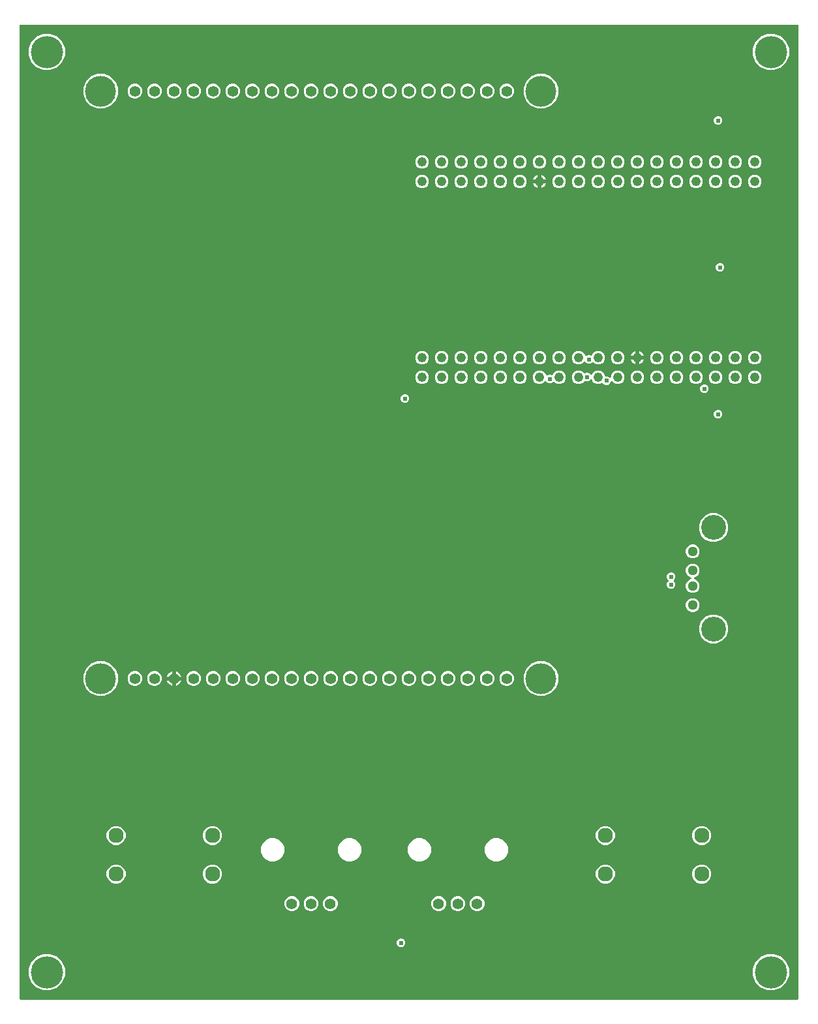
<source format=gbr>
G04 EAGLE Gerber RS-274X export*
G75*
%MOMM*%
%FSLAX34Y34*%
%LPD*%
%INCopper Layer 15*%
%IPPOS*%
%AMOC8*
5,1,8,0,0,1.08239X$1,22.5*%
G01*
%ADD10C,1.288000*%
%ADD11C,3.220000*%
%ADD12C,1.400000*%
%ADD13C,4.016000*%
%ADD14C,1.244600*%
%ADD15C,1.960000*%
%ADD16C,4.191000*%
%ADD17C,0.609600*%

G36*
X1012308Y2556D02*
X1012308Y2556D01*
X1012427Y2563D01*
X1012465Y2576D01*
X1012506Y2581D01*
X1012616Y2624D01*
X1012729Y2661D01*
X1012764Y2683D01*
X1012801Y2698D01*
X1012897Y2767D01*
X1012998Y2831D01*
X1013026Y2861D01*
X1013059Y2884D01*
X1013135Y2976D01*
X1013216Y3063D01*
X1013236Y3098D01*
X1013261Y3129D01*
X1013312Y3237D01*
X1013370Y3341D01*
X1013380Y3381D01*
X1013397Y3417D01*
X1013419Y3534D01*
X1013449Y3649D01*
X1013453Y3709D01*
X1013457Y3729D01*
X1013455Y3750D01*
X1013459Y3810D01*
X1013459Y1266190D01*
X1013444Y1266308D01*
X1013437Y1266427D01*
X1013424Y1266465D01*
X1013419Y1266506D01*
X1013376Y1266616D01*
X1013339Y1266729D01*
X1013317Y1266764D01*
X1013302Y1266801D01*
X1013233Y1266897D01*
X1013169Y1266998D01*
X1013139Y1267026D01*
X1013116Y1267059D01*
X1013024Y1267135D01*
X1012937Y1267216D01*
X1012902Y1267236D01*
X1012871Y1267261D01*
X1012763Y1267312D01*
X1012659Y1267370D01*
X1012619Y1267380D01*
X1012583Y1267397D01*
X1012466Y1267419D01*
X1012351Y1267449D01*
X1012291Y1267453D01*
X1012271Y1267457D01*
X1012250Y1267455D01*
X1012190Y1267459D01*
X3810Y1267459D01*
X3692Y1267444D01*
X3573Y1267437D01*
X3535Y1267424D01*
X3494Y1267419D01*
X3384Y1267376D01*
X3271Y1267339D01*
X3236Y1267317D01*
X3199Y1267302D01*
X3103Y1267233D01*
X3002Y1267169D01*
X2974Y1267139D01*
X2941Y1267116D01*
X2865Y1267024D01*
X2784Y1266937D01*
X2764Y1266902D01*
X2739Y1266871D01*
X2688Y1266763D01*
X2630Y1266659D01*
X2620Y1266619D01*
X2603Y1266583D01*
X2581Y1266466D01*
X2551Y1266351D01*
X2547Y1266291D01*
X2543Y1266271D01*
X2545Y1266250D01*
X2541Y1266190D01*
X2541Y3810D01*
X2556Y3692D01*
X2563Y3573D01*
X2576Y3535D01*
X2581Y3494D01*
X2624Y3384D01*
X2661Y3271D01*
X2683Y3236D01*
X2698Y3199D01*
X2767Y3103D01*
X2831Y3002D01*
X2861Y2974D01*
X2884Y2941D01*
X2976Y2865D01*
X3063Y2784D01*
X3098Y2764D01*
X3129Y2739D01*
X3237Y2688D01*
X3341Y2630D01*
X3381Y2620D01*
X3417Y2603D01*
X3534Y2581D01*
X3649Y2551D01*
X3709Y2547D01*
X3729Y2543D01*
X3750Y2545D01*
X3810Y2541D01*
X1012190Y2541D01*
X1012308Y2556D01*
G37*
%LPC*%
G36*
X973226Y1208404D02*
X973226Y1208404D01*
X964591Y1211981D01*
X957981Y1218591D01*
X954404Y1227226D01*
X954404Y1236574D01*
X957981Y1245209D01*
X964591Y1251819D01*
X973226Y1255396D01*
X982574Y1255396D01*
X991209Y1251819D01*
X997819Y1245209D01*
X1001396Y1236574D01*
X1001396Y1227226D01*
X997819Y1218591D01*
X991209Y1211981D01*
X982574Y1208404D01*
X973226Y1208404D01*
G37*
%LPD*%
%LPC*%
G36*
X33426Y1208404D02*
X33426Y1208404D01*
X24791Y1211981D01*
X18181Y1218591D01*
X14604Y1227226D01*
X14604Y1236574D01*
X18181Y1245209D01*
X24791Y1251819D01*
X33426Y1255396D01*
X42774Y1255396D01*
X51409Y1251819D01*
X58019Y1245209D01*
X61596Y1236574D01*
X61596Y1227226D01*
X58019Y1218591D01*
X51409Y1211981D01*
X42774Y1208404D01*
X33426Y1208404D01*
G37*
%LPD*%
%LPC*%
G36*
X33426Y14604D02*
X33426Y14604D01*
X24791Y18181D01*
X18181Y24791D01*
X14604Y33426D01*
X14604Y42774D01*
X18181Y51409D01*
X24791Y58019D01*
X33426Y61596D01*
X42774Y61596D01*
X51409Y58019D01*
X58019Y51409D01*
X61596Y42774D01*
X61596Y33426D01*
X58019Y24791D01*
X51409Y18181D01*
X42774Y14604D01*
X33426Y14604D01*
G37*
%LPD*%
%LPC*%
G36*
X973226Y14604D02*
X973226Y14604D01*
X964591Y18181D01*
X957981Y24791D01*
X954404Y33426D01*
X954404Y42774D01*
X957981Y51409D01*
X964591Y58019D01*
X973226Y61596D01*
X982574Y61596D01*
X991209Y58019D01*
X997819Y51409D01*
X1001396Y42774D01*
X1001396Y33426D01*
X997819Y24791D01*
X991209Y18181D01*
X982574Y14604D01*
X973226Y14604D01*
G37*
%LPD*%
%LPC*%
G36*
X674950Y1158479D02*
X674950Y1158479D01*
X666636Y1161923D01*
X660273Y1168286D01*
X656829Y1176600D01*
X656829Y1185600D01*
X660273Y1193914D01*
X666636Y1200277D01*
X674950Y1203721D01*
X683950Y1203721D01*
X692264Y1200277D01*
X698627Y1193914D01*
X702071Y1185600D01*
X702071Y1176600D01*
X698627Y1168286D01*
X692264Y1161923D01*
X683950Y1158479D01*
X674950Y1158479D01*
G37*
%LPD*%
%LPC*%
G36*
X103450Y1158479D02*
X103450Y1158479D01*
X95136Y1161923D01*
X88773Y1168286D01*
X85329Y1176600D01*
X85329Y1185600D01*
X88773Y1193914D01*
X95136Y1200277D01*
X103450Y1203721D01*
X112450Y1203721D01*
X120764Y1200277D01*
X127127Y1193914D01*
X130571Y1185600D01*
X130571Y1176600D01*
X127127Y1168286D01*
X120764Y1161923D01*
X112450Y1158479D01*
X103450Y1158479D01*
G37*
%LPD*%
%LPC*%
G36*
X103450Y396479D02*
X103450Y396479D01*
X95136Y399923D01*
X88773Y406286D01*
X85329Y414600D01*
X85329Y423600D01*
X88773Y431914D01*
X95136Y438277D01*
X103450Y441721D01*
X112450Y441721D01*
X120764Y438277D01*
X127127Y431914D01*
X130571Y423600D01*
X130571Y414600D01*
X127127Y406286D01*
X120764Y399923D01*
X112450Y396479D01*
X103450Y396479D01*
G37*
%LPD*%
%LPC*%
G36*
X674950Y396479D02*
X674950Y396479D01*
X666636Y399923D01*
X660273Y406286D01*
X656829Y414600D01*
X656829Y423600D01*
X660273Y431914D01*
X666636Y438277D01*
X674950Y441721D01*
X683950Y441721D01*
X692264Y438277D01*
X698627Y431914D01*
X702071Y423600D01*
X702071Y414600D01*
X698627Y406286D01*
X692264Y399923D01*
X683950Y396479D01*
X674950Y396479D01*
G37*
%LPD*%
%LPC*%
G36*
X899692Y464859D02*
X899692Y464859D01*
X892841Y467697D01*
X887597Y472941D01*
X884759Y479792D01*
X884759Y487208D01*
X887597Y494059D01*
X892841Y499303D01*
X899692Y502141D01*
X907108Y502141D01*
X913959Y499303D01*
X919203Y494059D01*
X922041Y487208D01*
X922041Y479792D01*
X919203Y472941D01*
X913959Y467697D01*
X907108Y464859D01*
X899692Y464859D01*
G37*
%LPD*%
%LPC*%
G36*
X899692Y596259D02*
X899692Y596259D01*
X892841Y599097D01*
X887597Y604341D01*
X884759Y611192D01*
X884759Y618608D01*
X887597Y625459D01*
X892841Y630703D01*
X899692Y633541D01*
X907108Y633541D01*
X913959Y630703D01*
X919203Y625459D01*
X922041Y618608D01*
X922041Y611192D01*
X919203Y604341D01*
X913959Y599097D01*
X907108Y596259D01*
X899692Y596259D01*
G37*
%LPD*%
%LPC*%
G36*
X763428Y799839D02*
X763428Y799839D01*
X761374Y800690D01*
X759851Y802214D01*
X759827Y802232D01*
X759808Y802254D01*
X759702Y802329D01*
X759599Y802409D01*
X759572Y802420D01*
X759548Y802437D01*
X759427Y802483D01*
X759307Y802535D01*
X759278Y802540D01*
X759251Y802550D01*
X759122Y802565D01*
X758993Y802585D01*
X758964Y802582D01*
X758935Y802585D01*
X758806Y802567D01*
X758677Y802555D01*
X758649Y802545D01*
X758620Y802541D01*
X758467Y802489D01*
X755443Y801236D01*
X751957Y801236D01*
X748736Y802570D01*
X746270Y805036D01*
X745694Y806428D01*
X745669Y806471D01*
X745652Y806518D01*
X745591Y806609D01*
X745536Y806704D01*
X745502Y806740D01*
X745474Y806781D01*
X745391Y806854D01*
X745315Y806933D01*
X745273Y806959D01*
X745235Y806992D01*
X745137Y807042D01*
X745044Y807099D01*
X744996Y807114D01*
X744952Y807136D01*
X744845Y807160D01*
X744740Y807193D01*
X744690Y807195D01*
X744642Y807206D01*
X744532Y807203D01*
X744422Y807208D01*
X744374Y807198D01*
X744324Y807196D01*
X744218Y807166D01*
X744111Y807144D01*
X744066Y807122D01*
X744018Y807108D01*
X743924Y807052D01*
X743825Y807004D01*
X743787Y806972D01*
X743744Y806946D01*
X743624Y806840D01*
X742306Y805522D01*
X740252Y804671D01*
X738028Y804671D01*
X736929Y805127D01*
X736900Y805135D01*
X736874Y805148D01*
X736747Y805176D01*
X736622Y805211D01*
X736592Y805211D01*
X736564Y805218D01*
X736434Y805214D01*
X736304Y805216D01*
X736275Y805209D01*
X736246Y805208D01*
X736121Y805172D01*
X735995Y805142D01*
X735968Y805128D01*
X735940Y805120D01*
X735828Y805054D01*
X735714Y804993D01*
X735692Y804973D01*
X735666Y804958D01*
X735545Y804852D01*
X733264Y802570D01*
X730043Y801236D01*
X726557Y801236D01*
X723336Y802570D01*
X720870Y805036D01*
X719536Y808257D01*
X719536Y811743D01*
X720870Y814964D01*
X723336Y817430D01*
X726557Y818764D01*
X730043Y818764D01*
X733264Y817430D01*
X735178Y815516D01*
X735201Y815498D01*
X735220Y815475D01*
X735326Y815401D01*
X735429Y815321D01*
X735456Y815309D01*
X735480Y815292D01*
X735602Y815246D01*
X735721Y815195D01*
X735750Y815190D01*
X735778Y815180D01*
X735907Y815165D01*
X736035Y815145D01*
X736064Y815148D01*
X736094Y815144D01*
X736222Y815163D01*
X736352Y815175D01*
X736379Y815185D01*
X736409Y815189D01*
X736561Y815241D01*
X738028Y815849D01*
X740252Y815849D01*
X742306Y814998D01*
X743776Y813528D01*
X743815Y813497D01*
X743849Y813461D01*
X743940Y813400D01*
X744027Y813333D01*
X744073Y813313D01*
X744114Y813286D01*
X744218Y813250D01*
X744319Y813206D01*
X744368Y813199D01*
X744415Y813183D01*
X744524Y813174D01*
X744633Y813157D01*
X744683Y813161D01*
X744732Y813157D01*
X744840Y813176D01*
X744950Y813186D01*
X744997Y813203D01*
X745045Y813212D01*
X745146Y813257D01*
X745249Y813294D01*
X745290Y813322D01*
X745335Y813342D01*
X745421Y813411D01*
X745512Y813473D01*
X745545Y813510D01*
X745584Y813541D01*
X745650Y813629D01*
X745723Y813711D01*
X745745Y813755D01*
X745775Y813795D01*
X745846Y813940D01*
X746270Y814964D01*
X748736Y817430D01*
X751957Y818764D01*
X755443Y818764D01*
X758664Y817430D01*
X761130Y814964D01*
X762440Y811800D01*
X762447Y811788D01*
X762449Y811783D01*
X762455Y811772D01*
X762464Y811747D01*
X762533Y811637D01*
X762598Y811524D01*
X762618Y811503D01*
X762634Y811478D01*
X762728Y811389D01*
X762819Y811296D01*
X762844Y811280D01*
X762866Y811260D01*
X762979Y811197D01*
X763090Y811129D01*
X763118Y811121D01*
X763144Y811106D01*
X763270Y811074D01*
X763394Y811036D01*
X763423Y811034D01*
X763452Y811027D01*
X763613Y811017D01*
X765652Y811017D01*
X767706Y810166D01*
X768169Y809702D01*
X768279Y809617D01*
X768386Y809528D01*
X768405Y809520D01*
X768421Y809507D01*
X768549Y809452D01*
X768674Y809393D01*
X768694Y809389D01*
X768713Y809381D01*
X768851Y809359D01*
X768987Y809333D01*
X769007Y809334D01*
X769027Y809331D01*
X769166Y809344D01*
X769304Y809353D01*
X769323Y809359D01*
X769343Y809361D01*
X769474Y809408D01*
X769606Y809451D01*
X769624Y809462D01*
X769643Y809468D01*
X769757Y809546D01*
X769875Y809621D01*
X769889Y809636D01*
X769906Y809647D01*
X769998Y809751D01*
X770093Y809852D01*
X770103Y809870D01*
X770116Y809885D01*
X770179Y810009D01*
X770247Y810131D01*
X770252Y810151D01*
X770261Y810169D01*
X770291Y810305D01*
X770326Y810439D01*
X770328Y810467D01*
X770331Y810479D01*
X770330Y810499D01*
X770336Y810600D01*
X770336Y811743D01*
X771670Y814964D01*
X774136Y817430D01*
X777357Y818764D01*
X780843Y818764D01*
X784064Y817430D01*
X786530Y814964D01*
X787864Y811743D01*
X787864Y808257D01*
X786530Y805036D01*
X784064Y802570D01*
X780843Y801236D01*
X777357Y801236D01*
X774136Y802570D01*
X772134Y804572D01*
X772095Y804603D01*
X772062Y804639D01*
X771970Y804700D01*
X771883Y804767D01*
X771837Y804787D01*
X771796Y804814D01*
X771692Y804850D01*
X771591Y804893D01*
X771542Y804901D01*
X771495Y804917D01*
X771386Y804926D01*
X771277Y804943D01*
X771227Y804938D01*
X771178Y804942D01*
X771070Y804924D01*
X770960Y804913D01*
X770914Y804897D01*
X770865Y804888D01*
X770765Y804843D01*
X770661Y804806D01*
X770620Y804778D01*
X770575Y804757D01*
X770489Y804689D01*
X770398Y804627D01*
X770365Y804590D01*
X770326Y804559D01*
X770260Y804471D01*
X770187Y804389D01*
X770165Y804344D01*
X770135Y804305D01*
X770064Y804160D01*
X769278Y802262D01*
X767706Y800690D01*
X765652Y799839D01*
X763428Y799839D01*
G37*
%LPD*%
%LPC*%
G36*
X328008Y181959D02*
X328008Y181959D01*
X322480Y184249D01*
X318249Y188480D01*
X315959Y194008D01*
X315959Y199992D01*
X318249Y205520D01*
X322480Y209751D01*
X328008Y212041D01*
X333992Y212041D01*
X339520Y209751D01*
X343751Y205520D01*
X346041Y199992D01*
X346041Y194008D01*
X343751Y188480D01*
X339520Y184249D01*
X333992Y181959D01*
X328008Y181959D01*
G37*
%LPD*%
%LPC*%
G36*
X428008Y181959D02*
X428008Y181959D01*
X422480Y184249D01*
X418249Y188480D01*
X415959Y194008D01*
X415959Y199992D01*
X418249Y205520D01*
X422480Y209751D01*
X428008Y212041D01*
X433992Y212041D01*
X439520Y209751D01*
X443751Y205520D01*
X446041Y199992D01*
X446041Y194008D01*
X443751Y188480D01*
X439520Y184249D01*
X433992Y181959D01*
X428008Y181959D01*
G37*
%LPD*%
%LPC*%
G36*
X518508Y181959D02*
X518508Y181959D01*
X512980Y184249D01*
X508749Y188480D01*
X506459Y194008D01*
X506459Y199992D01*
X508749Y205520D01*
X512980Y209751D01*
X518508Y212041D01*
X524492Y212041D01*
X530020Y209751D01*
X534251Y205520D01*
X536541Y199992D01*
X536541Y194008D01*
X534251Y188480D01*
X530020Y184249D01*
X524492Y181959D01*
X518508Y181959D01*
G37*
%LPD*%
%LPC*%
G36*
X618508Y181959D02*
X618508Y181959D01*
X612980Y184249D01*
X608749Y188480D01*
X606459Y194008D01*
X606459Y199992D01*
X608749Y205520D01*
X612980Y209751D01*
X618508Y212041D01*
X624492Y212041D01*
X630020Y209751D01*
X634251Y205520D01*
X636541Y199992D01*
X636541Y194008D01*
X634251Y188480D01*
X630020Y184249D01*
X624492Y181959D01*
X618508Y181959D01*
G37*
%LPD*%
%LPC*%
G36*
X675757Y801236D02*
X675757Y801236D01*
X672536Y802570D01*
X670070Y805036D01*
X668736Y808257D01*
X668736Y811743D01*
X670070Y814964D01*
X672536Y817430D01*
X675757Y818764D01*
X679243Y818764D01*
X682464Y817430D01*
X684930Y814964D01*
X685752Y812978D01*
X685777Y812935D01*
X685794Y812888D01*
X685856Y812797D01*
X685910Y812702D01*
X685945Y812666D01*
X685973Y812625D01*
X686055Y812552D01*
X686131Y812473D01*
X686174Y812447D01*
X686211Y812414D01*
X686309Y812364D01*
X686402Y812307D01*
X686450Y812292D01*
X686494Y812270D01*
X686601Y812246D01*
X686706Y812213D01*
X686756Y812211D01*
X686805Y812200D01*
X686914Y812203D01*
X687024Y812198D01*
X687073Y812208D01*
X687122Y812210D01*
X687228Y812240D01*
X687335Y812262D01*
X687380Y812284D01*
X687428Y812298D01*
X687522Y812354D01*
X687621Y812402D01*
X687659Y812435D01*
X687662Y812436D01*
X689768Y813309D01*
X691992Y813309D01*
X693203Y812807D01*
X693318Y812776D01*
X693431Y812737D01*
X693471Y812734D01*
X693510Y812723D01*
X693629Y812721D01*
X693748Y812712D01*
X693787Y812719D01*
X693828Y812718D01*
X693944Y812746D01*
X694061Y812766D01*
X694098Y812783D01*
X694137Y812792D01*
X694242Y812848D01*
X694351Y812897D01*
X694382Y812922D01*
X694418Y812941D01*
X694506Y813021D01*
X694599Y813095D01*
X694624Y813127D01*
X694654Y813155D01*
X694719Y813254D01*
X694791Y813349D01*
X694817Y813403D01*
X694828Y813420D01*
X694835Y813440D01*
X694861Y813494D01*
X695470Y814964D01*
X697936Y817430D01*
X701157Y818764D01*
X704643Y818764D01*
X707864Y817430D01*
X710330Y814964D01*
X711664Y811743D01*
X711664Y808257D01*
X710330Y805036D01*
X707864Y802570D01*
X704643Y801236D01*
X701157Y801236D01*
X697936Y802570D01*
X696682Y803824D01*
X696588Y803897D01*
X696499Y803976D01*
X696463Y803994D01*
X696431Y804019D01*
X696322Y804066D01*
X696216Y804120D01*
X696176Y804129D01*
X696139Y804145D01*
X696022Y804164D01*
X695906Y804190D01*
X695865Y804189D01*
X695825Y804195D01*
X695707Y804184D01*
X695588Y804180D01*
X695549Y804169D01*
X695509Y804165D01*
X695396Y804125D01*
X695282Y804092D01*
X695247Y804071D01*
X695209Y804058D01*
X695111Y803991D01*
X695008Y803930D01*
X694963Y803890D01*
X694946Y803879D01*
X694933Y803864D01*
X694887Y803824D01*
X694046Y802982D01*
X691992Y802131D01*
X689768Y802131D01*
X687714Y802982D01*
X686193Y804504D01*
X686098Y804577D01*
X686009Y804656D01*
X685973Y804674D01*
X685941Y804699D01*
X685832Y804746D01*
X685726Y804800D01*
X685687Y804809D01*
X685649Y804825D01*
X685532Y804844D01*
X685416Y804870D01*
X685375Y804869D01*
X685335Y804875D01*
X685217Y804864D01*
X685098Y804860D01*
X685059Y804849D01*
X685019Y804845D01*
X684907Y804805D01*
X684792Y804772D01*
X684758Y804751D01*
X684719Y804738D01*
X684621Y804671D01*
X684518Y804610D01*
X684473Y804570D01*
X684456Y804559D01*
X684443Y804544D01*
X684398Y804504D01*
X682464Y802570D01*
X679243Y801236D01*
X675757Y801236D01*
G37*
%LPD*%
%LPC*%
G36*
X726557Y826636D02*
X726557Y826636D01*
X723336Y827970D01*
X720870Y830436D01*
X719536Y833657D01*
X719536Y837143D01*
X720870Y840364D01*
X723336Y842830D01*
X726557Y844164D01*
X730043Y844164D01*
X733264Y842830D01*
X735730Y840364D01*
X736552Y838378D01*
X736577Y838335D01*
X736594Y838288D01*
X736656Y838197D01*
X736710Y838102D01*
X736745Y838066D01*
X736773Y838025D01*
X736855Y837952D01*
X736931Y837873D01*
X736974Y837847D01*
X737011Y837814D01*
X737109Y837764D01*
X737202Y837707D01*
X737250Y837692D01*
X737294Y837670D01*
X737401Y837646D01*
X737506Y837613D01*
X737556Y837611D01*
X737605Y837600D01*
X737714Y837603D01*
X737824Y837598D01*
X737873Y837608D01*
X737922Y837610D01*
X738028Y837640D01*
X738135Y837662D01*
X738180Y837684D01*
X738228Y837698D01*
X738322Y837754D01*
X738421Y837802D01*
X738459Y837835D01*
X738462Y837836D01*
X740568Y838709D01*
X742792Y838709D01*
X744003Y838207D01*
X744118Y838176D01*
X744231Y838137D01*
X744271Y838134D01*
X744310Y838123D01*
X744429Y838121D01*
X744548Y838112D01*
X744587Y838119D01*
X744628Y838118D01*
X744744Y838146D01*
X744861Y838166D01*
X744898Y838183D01*
X744937Y838192D01*
X745042Y838248D01*
X745151Y838297D01*
X745182Y838322D01*
X745218Y838341D01*
X745306Y838421D01*
X745399Y838495D01*
X745424Y838527D01*
X745454Y838555D01*
X745519Y838654D01*
X745591Y838749D01*
X745617Y838803D01*
X745628Y838820D01*
X745635Y838840D01*
X745661Y838894D01*
X746270Y840364D01*
X748736Y842830D01*
X751957Y844164D01*
X755443Y844164D01*
X758664Y842830D01*
X761130Y840364D01*
X762464Y837143D01*
X762464Y833657D01*
X761130Y830436D01*
X758664Y827970D01*
X755443Y826636D01*
X751957Y826636D01*
X748736Y827970D01*
X747482Y829224D01*
X747388Y829297D01*
X747299Y829376D01*
X747263Y829394D01*
X747231Y829419D01*
X747122Y829466D01*
X747016Y829520D01*
X746976Y829529D01*
X746939Y829545D01*
X746822Y829564D01*
X746706Y829590D01*
X746665Y829589D01*
X746625Y829595D01*
X746507Y829584D01*
X746388Y829580D01*
X746349Y829569D01*
X746309Y829565D01*
X746196Y829525D01*
X746082Y829492D01*
X746047Y829471D01*
X746009Y829458D01*
X745911Y829391D01*
X745808Y829330D01*
X745763Y829290D01*
X745746Y829279D01*
X745733Y829264D01*
X745687Y829224D01*
X744846Y828382D01*
X742792Y827531D01*
X740568Y827531D01*
X738514Y828382D01*
X736993Y829904D01*
X736898Y829977D01*
X736809Y830056D01*
X736773Y830074D01*
X736741Y830099D01*
X736632Y830146D01*
X736526Y830200D01*
X736487Y830209D01*
X736449Y830225D01*
X736332Y830244D01*
X736216Y830270D01*
X736175Y830269D01*
X736135Y830275D01*
X736017Y830264D01*
X735898Y830260D01*
X735859Y830249D01*
X735819Y830245D01*
X735707Y830205D01*
X735592Y830172D01*
X735558Y830151D01*
X735519Y830138D01*
X735421Y830071D01*
X735318Y830010D01*
X735273Y829970D01*
X735256Y829959D01*
X735243Y829944D01*
X735198Y829904D01*
X733264Y827970D01*
X730043Y826636D01*
X726557Y826636D01*
G37*
%LPD*%
%LPC*%
G36*
X874514Y530219D02*
X874514Y530219D01*
X871213Y531586D01*
X868686Y534113D01*
X867319Y537414D01*
X867319Y540986D01*
X868686Y544287D01*
X871213Y546814D01*
X874143Y548027D01*
X874264Y548096D01*
X874387Y548161D01*
X874402Y548175D01*
X874420Y548185D01*
X874520Y548282D01*
X874622Y548375D01*
X874633Y548392D01*
X874648Y548406D01*
X874721Y548525D01*
X874797Y548641D01*
X874804Y548660D01*
X874814Y548677D01*
X874855Y548810D01*
X874900Y548942D01*
X874902Y548962D01*
X874908Y548981D01*
X874915Y549120D01*
X874926Y549259D01*
X874922Y549279D01*
X874923Y549299D01*
X874895Y549435D01*
X874871Y549572D01*
X874863Y549591D01*
X874859Y549610D01*
X874797Y549736D01*
X874741Y549862D01*
X874728Y549878D01*
X874719Y549896D01*
X874629Y550002D01*
X874542Y550110D01*
X874526Y550123D01*
X874513Y550138D01*
X874399Y550218D01*
X874288Y550302D01*
X874263Y550314D01*
X874253Y550321D01*
X874233Y550328D01*
X874143Y550373D01*
X871213Y551586D01*
X868686Y554113D01*
X867319Y557414D01*
X867319Y560986D01*
X868686Y564287D01*
X871213Y566814D01*
X874514Y568181D01*
X878086Y568181D01*
X881387Y566814D01*
X883914Y564287D01*
X885281Y560986D01*
X885281Y557414D01*
X883914Y554113D01*
X881387Y551586D01*
X878457Y550373D01*
X878336Y550304D01*
X878213Y550239D01*
X878198Y550225D01*
X878180Y550215D01*
X878080Y550118D01*
X877978Y550025D01*
X877966Y550008D01*
X877952Y549994D01*
X877879Y549876D01*
X877803Y549759D01*
X877796Y549740D01*
X877786Y549723D01*
X877745Y549590D01*
X877700Y549458D01*
X877698Y549438D01*
X877692Y549419D01*
X877685Y549280D01*
X877674Y549141D01*
X877678Y549121D01*
X877677Y549101D01*
X877705Y548965D01*
X877729Y548828D01*
X877737Y548809D01*
X877741Y548790D01*
X877802Y548665D01*
X877859Y548538D01*
X877872Y548522D01*
X877881Y548504D01*
X877971Y548398D01*
X878058Y548290D01*
X878074Y548277D01*
X878087Y548262D01*
X878201Y548182D01*
X878312Y548098D01*
X878337Y548086D01*
X878347Y548079D01*
X878367Y548072D01*
X878457Y548027D01*
X881387Y546814D01*
X883914Y544287D01*
X885281Y540986D01*
X885281Y537414D01*
X883914Y534113D01*
X881387Y531586D01*
X878086Y530219D01*
X874514Y530219D01*
G37*
%LPD*%
%LPC*%
G36*
X885545Y203159D02*
X885545Y203159D01*
X881010Y205038D01*
X877538Y208510D01*
X875659Y213045D01*
X875659Y217955D01*
X877538Y222490D01*
X881010Y225962D01*
X885545Y227841D01*
X890455Y227841D01*
X894990Y225962D01*
X898462Y222490D01*
X900341Y217955D01*
X900341Y213045D01*
X898462Y208510D01*
X894990Y205038D01*
X890455Y203159D01*
X885545Y203159D01*
G37*
%LPD*%
%LPC*%
G36*
X125545Y153159D02*
X125545Y153159D01*
X121010Y155038D01*
X117538Y158510D01*
X115659Y163045D01*
X115659Y167955D01*
X117538Y172490D01*
X121010Y175962D01*
X125545Y177841D01*
X130455Y177841D01*
X134990Y175962D01*
X138462Y172490D01*
X140341Y167955D01*
X140341Y163045D01*
X138462Y158510D01*
X134990Y155038D01*
X130455Y153159D01*
X125545Y153159D01*
G37*
%LPD*%
%LPC*%
G36*
X250545Y153159D02*
X250545Y153159D01*
X246010Y155038D01*
X242538Y158510D01*
X240659Y163045D01*
X240659Y167955D01*
X242538Y172490D01*
X246010Y175962D01*
X250545Y177841D01*
X255455Y177841D01*
X259990Y175962D01*
X263462Y172490D01*
X265341Y167955D01*
X265341Y163045D01*
X263462Y158510D01*
X259990Y155038D01*
X255455Y153159D01*
X250545Y153159D01*
G37*
%LPD*%
%LPC*%
G36*
X760545Y153159D02*
X760545Y153159D01*
X756010Y155038D01*
X752538Y158510D01*
X750659Y163045D01*
X750659Y167955D01*
X752538Y172490D01*
X756010Y175962D01*
X760545Y177841D01*
X765455Y177841D01*
X769990Y175962D01*
X773462Y172490D01*
X775341Y167955D01*
X775341Y163045D01*
X773462Y158510D01*
X769990Y155038D01*
X765455Y153159D01*
X760545Y153159D01*
G37*
%LPD*%
%LPC*%
G36*
X760545Y203159D02*
X760545Y203159D01*
X756010Y205038D01*
X752538Y208510D01*
X750659Y213045D01*
X750659Y217955D01*
X752538Y222490D01*
X756010Y225962D01*
X760545Y227841D01*
X765455Y227841D01*
X769990Y225962D01*
X773462Y222490D01*
X775341Y217955D01*
X775341Y213045D01*
X773462Y208510D01*
X769990Y205038D01*
X765455Y203159D01*
X760545Y203159D01*
G37*
%LPD*%
%LPC*%
G36*
X885545Y153159D02*
X885545Y153159D01*
X881010Y155038D01*
X877538Y158510D01*
X875659Y163045D01*
X875659Y167955D01*
X877538Y172490D01*
X881010Y175962D01*
X885545Y177841D01*
X890455Y177841D01*
X894990Y175962D01*
X898462Y172490D01*
X900341Y167955D01*
X900341Y163045D01*
X898462Y158510D01*
X894990Y155038D01*
X890455Y153159D01*
X885545Y153159D01*
G37*
%LPD*%
%LPC*%
G36*
X125545Y203159D02*
X125545Y203159D01*
X121010Y205038D01*
X117538Y208510D01*
X115659Y213045D01*
X115659Y217955D01*
X117538Y222490D01*
X121010Y225962D01*
X125545Y227841D01*
X130455Y227841D01*
X134990Y225962D01*
X138462Y222490D01*
X140341Y217955D01*
X140341Y213045D01*
X138462Y208510D01*
X134990Y205038D01*
X130455Y203159D01*
X125545Y203159D01*
G37*
%LPD*%
%LPC*%
G36*
X250545Y203159D02*
X250545Y203159D01*
X246010Y205038D01*
X242538Y208510D01*
X240659Y213045D01*
X240659Y217955D01*
X242538Y222490D01*
X246010Y225962D01*
X250545Y227841D01*
X255455Y227841D01*
X259990Y225962D01*
X263462Y222490D01*
X265341Y217955D01*
X265341Y213045D01*
X263462Y208510D01*
X259990Y205038D01*
X255455Y203159D01*
X250545Y203159D01*
G37*
%LPD*%
%LPC*%
G36*
X633102Y1171559D02*
X633102Y1171559D01*
X629596Y1173012D01*
X626912Y1175696D01*
X625459Y1179202D01*
X625459Y1182998D01*
X626912Y1186504D01*
X629596Y1189188D01*
X633102Y1190641D01*
X636898Y1190641D01*
X640404Y1189188D01*
X643088Y1186504D01*
X644541Y1182998D01*
X644541Y1179202D01*
X643088Y1175696D01*
X640404Y1173012D01*
X636898Y1171559D01*
X633102Y1171559D01*
G37*
%LPD*%
%LPC*%
G36*
X607702Y1171559D02*
X607702Y1171559D01*
X604196Y1173012D01*
X601512Y1175696D01*
X600059Y1179202D01*
X600059Y1182998D01*
X601512Y1186504D01*
X604196Y1189188D01*
X607702Y1190641D01*
X611498Y1190641D01*
X615004Y1189188D01*
X617688Y1186504D01*
X619141Y1182998D01*
X619141Y1179202D01*
X617688Y1175696D01*
X615004Y1173012D01*
X611498Y1171559D01*
X607702Y1171559D01*
G37*
%LPD*%
%LPC*%
G36*
X582302Y1171559D02*
X582302Y1171559D01*
X578796Y1173012D01*
X576112Y1175696D01*
X574659Y1179202D01*
X574659Y1182998D01*
X576112Y1186504D01*
X578796Y1189188D01*
X582302Y1190641D01*
X586098Y1190641D01*
X589604Y1189188D01*
X592288Y1186504D01*
X593741Y1182998D01*
X593741Y1179202D01*
X592288Y1175696D01*
X589604Y1173012D01*
X586098Y1171559D01*
X582302Y1171559D01*
G37*
%LPD*%
%LPC*%
G36*
X556902Y1171559D02*
X556902Y1171559D01*
X553396Y1173012D01*
X550712Y1175696D01*
X549259Y1179202D01*
X549259Y1182998D01*
X550712Y1186504D01*
X553396Y1189188D01*
X556902Y1190641D01*
X560698Y1190641D01*
X564204Y1189188D01*
X566888Y1186504D01*
X568341Y1182998D01*
X568341Y1179202D01*
X566888Y1175696D01*
X564204Y1173012D01*
X560698Y1171559D01*
X556902Y1171559D01*
G37*
%LPD*%
%LPC*%
G36*
X531502Y1171559D02*
X531502Y1171559D01*
X527996Y1173012D01*
X525312Y1175696D01*
X523859Y1179202D01*
X523859Y1182998D01*
X525312Y1186504D01*
X527996Y1189188D01*
X531502Y1190641D01*
X535298Y1190641D01*
X538804Y1189188D01*
X541488Y1186504D01*
X542941Y1182998D01*
X542941Y1179202D01*
X541488Y1175696D01*
X538804Y1173012D01*
X535298Y1171559D01*
X531502Y1171559D01*
G37*
%LPD*%
%LPC*%
G36*
X506102Y1171559D02*
X506102Y1171559D01*
X502596Y1173012D01*
X499912Y1175696D01*
X498459Y1179202D01*
X498459Y1182998D01*
X499912Y1186504D01*
X502596Y1189188D01*
X506102Y1190641D01*
X509898Y1190641D01*
X513404Y1189188D01*
X516088Y1186504D01*
X517541Y1182998D01*
X517541Y1179202D01*
X516088Y1175696D01*
X513404Y1173012D01*
X509898Y1171559D01*
X506102Y1171559D01*
G37*
%LPD*%
%LPC*%
G36*
X480702Y1171559D02*
X480702Y1171559D01*
X477196Y1173012D01*
X474512Y1175696D01*
X473059Y1179202D01*
X473059Y1182998D01*
X474512Y1186504D01*
X477196Y1189188D01*
X480702Y1190641D01*
X484498Y1190641D01*
X488004Y1189188D01*
X490688Y1186504D01*
X492141Y1182998D01*
X492141Y1179202D01*
X490688Y1175696D01*
X488004Y1173012D01*
X484498Y1171559D01*
X480702Y1171559D01*
G37*
%LPD*%
%LPC*%
G36*
X455302Y1171559D02*
X455302Y1171559D01*
X451796Y1173012D01*
X449112Y1175696D01*
X447659Y1179202D01*
X447659Y1182998D01*
X449112Y1186504D01*
X451796Y1189188D01*
X455302Y1190641D01*
X459098Y1190641D01*
X462604Y1189188D01*
X465288Y1186504D01*
X466741Y1182998D01*
X466741Y1179202D01*
X465288Y1175696D01*
X462604Y1173012D01*
X459098Y1171559D01*
X455302Y1171559D01*
G37*
%LPD*%
%LPC*%
G36*
X429902Y1171559D02*
X429902Y1171559D01*
X426396Y1173012D01*
X423712Y1175696D01*
X422259Y1179202D01*
X422259Y1182998D01*
X423712Y1186504D01*
X426396Y1189188D01*
X429902Y1190641D01*
X433698Y1190641D01*
X437204Y1189188D01*
X439888Y1186504D01*
X441341Y1182998D01*
X441341Y1179202D01*
X439888Y1175696D01*
X437204Y1173012D01*
X433698Y1171559D01*
X429902Y1171559D01*
G37*
%LPD*%
%LPC*%
G36*
X404502Y1171559D02*
X404502Y1171559D01*
X400996Y1173012D01*
X398312Y1175696D01*
X396859Y1179202D01*
X396859Y1182998D01*
X398312Y1186504D01*
X400996Y1189188D01*
X404502Y1190641D01*
X408298Y1190641D01*
X411804Y1189188D01*
X414488Y1186504D01*
X415941Y1182998D01*
X415941Y1179202D01*
X414488Y1175696D01*
X411804Y1173012D01*
X408298Y1171559D01*
X404502Y1171559D01*
G37*
%LPD*%
%LPC*%
G36*
X379102Y1171559D02*
X379102Y1171559D01*
X375596Y1173012D01*
X372912Y1175696D01*
X371459Y1179202D01*
X371459Y1182998D01*
X372912Y1186504D01*
X375596Y1189188D01*
X379102Y1190641D01*
X382898Y1190641D01*
X386404Y1189188D01*
X389088Y1186504D01*
X390541Y1182998D01*
X390541Y1179202D01*
X389088Y1175696D01*
X386404Y1173012D01*
X382898Y1171559D01*
X379102Y1171559D01*
G37*
%LPD*%
%LPC*%
G36*
X353702Y1171559D02*
X353702Y1171559D01*
X350196Y1173012D01*
X347512Y1175696D01*
X346059Y1179202D01*
X346059Y1182998D01*
X347512Y1186504D01*
X350196Y1189188D01*
X353702Y1190641D01*
X357498Y1190641D01*
X361004Y1189188D01*
X363688Y1186504D01*
X365141Y1182998D01*
X365141Y1179202D01*
X363688Y1175696D01*
X361004Y1173012D01*
X357498Y1171559D01*
X353702Y1171559D01*
G37*
%LPD*%
%LPC*%
G36*
X328302Y1171559D02*
X328302Y1171559D01*
X324796Y1173012D01*
X322112Y1175696D01*
X320659Y1179202D01*
X320659Y1182998D01*
X322112Y1186504D01*
X324796Y1189188D01*
X328302Y1190641D01*
X332098Y1190641D01*
X335604Y1189188D01*
X338288Y1186504D01*
X339741Y1182998D01*
X339741Y1179202D01*
X338288Y1175696D01*
X335604Y1173012D01*
X332098Y1171559D01*
X328302Y1171559D01*
G37*
%LPD*%
%LPC*%
G36*
X302902Y1171559D02*
X302902Y1171559D01*
X299396Y1173012D01*
X296712Y1175696D01*
X295259Y1179202D01*
X295259Y1182998D01*
X296712Y1186504D01*
X299396Y1189188D01*
X302902Y1190641D01*
X306698Y1190641D01*
X310204Y1189188D01*
X312888Y1186504D01*
X314341Y1182998D01*
X314341Y1179202D01*
X312888Y1175696D01*
X310204Y1173012D01*
X306698Y1171559D01*
X302902Y1171559D01*
G37*
%LPD*%
%LPC*%
G36*
X252102Y1171559D02*
X252102Y1171559D01*
X248596Y1173012D01*
X245912Y1175696D01*
X244459Y1179202D01*
X244459Y1182998D01*
X245912Y1186504D01*
X248596Y1189188D01*
X252102Y1190641D01*
X255898Y1190641D01*
X259404Y1189188D01*
X262088Y1186504D01*
X263541Y1182998D01*
X263541Y1179202D01*
X262088Y1175696D01*
X259404Y1173012D01*
X255898Y1171559D01*
X252102Y1171559D01*
G37*
%LPD*%
%LPC*%
G36*
X226702Y1171559D02*
X226702Y1171559D01*
X223196Y1173012D01*
X220512Y1175696D01*
X219059Y1179202D01*
X219059Y1182998D01*
X220512Y1186504D01*
X223196Y1189188D01*
X226702Y1190641D01*
X230498Y1190641D01*
X234004Y1189188D01*
X236688Y1186504D01*
X238141Y1182998D01*
X238141Y1179202D01*
X236688Y1175696D01*
X234004Y1173012D01*
X230498Y1171559D01*
X226702Y1171559D01*
G37*
%LPD*%
%LPC*%
G36*
X201302Y1171559D02*
X201302Y1171559D01*
X197796Y1173012D01*
X195112Y1175696D01*
X193659Y1179202D01*
X193659Y1182998D01*
X195112Y1186504D01*
X197796Y1189188D01*
X201302Y1190641D01*
X205098Y1190641D01*
X208604Y1189188D01*
X211288Y1186504D01*
X212741Y1182998D01*
X212741Y1179202D01*
X211288Y1175696D01*
X208604Y1173012D01*
X205098Y1171559D01*
X201302Y1171559D01*
G37*
%LPD*%
%LPC*%
G36*
X175902Y1171559D02*
X175902Y1171559D01*
X172396Y1173012D01*
X169712Y1175696D01*
X168259Y1179202D01*
X168259Y1182998D01*
X169712Y1186504D01*
X172396Y1189188D01*
X175902Y1190641D01*
X179698Y1190641D01*
X183204Y1189188D01*
X185888Y1186504D01*
X187341Y1182998D01*
X187341Y1179202D01*
X185888Y1175696D01*
X183204Y1173012D01*
X179698Y1171559D01*
X175902Y1171559D01*
G37*
%LPD*%
%LPC*%
G36*
X150502Y1171559D02*
X150502Y1171559D01*
X146996Y1173012D01*
X144312Y1175696D01*
X142859Y1179202D01*
X142859Y1182998D01*
X144312Y1186504D01*
X146996Y1189188D01*
X150502Y1190641D01*
X154298Y1190641D01*
X157804Y1189188D01*
X160488Y1186504D01*
X161941Y1182998D01*
X161941Y1179202D01*
X160488Y1175696D01*
X157804Y1173012D01*
X154298Y1171559D01*
X150502Y1171559D01*
G37*
%LPD*%
%LPC*%
G36*
X569602Y117459D02*
X569602Y117459D01*
X566096Y118912D01*
X563412Y121596D01*
X561959Y125102D01*
X561959Y128898D01*
X563412Y132404D01*
X566096Y135088D01*
X569602Y136541D01*
X573398Y136541D01*
X576904Y135088D01*
X579588Y132404D01*
X581041Y128898D01*
X581041Y125102D01*
X579588Y121596D01*
X576904Y118912D01*
X573398Y117459D01*
X569602Y117459D01*
G37*
%LPD*%
%LPC*%
G36*
X544602Y117459D02*
X544602Y117459D01*
X541096Y118912D01*
X538412Y121596D01*
X536959Y125102D01*
X536959Y128898D01*
X538412Y132404D01*
X541096Y135088D01*
X544602Y136541D01*
X548398Y136541D01*
X551904Y135088D01*
X554588Y132404D01*
X556041Y128898D01*
X556041Y125102D01*
X554588Y121596D01*
X551904Y118912D01*
X548398Y117459D01*
X544602Y117459D01*
G37*
%LPD*%
%LPC*%
G36*
X404102Y117459D02*
X404102Y117459D01*
X400596Y118912D01*
X397912Y121596D01*
X396459Y125102D01*
X396459Y128898D01*
X397912Y132404D01*
X400596Y135088D01*
X404102Y136541D01*
X407898Y136541D01*
X411404Y135088D01*
X414088Y132404D01*
X415541Y128898D01*
X415541Y125102D01*
X414088Y121596D01*
X411404Y118912D01*
X407898Y117459D01*
X404102Y117459D01*
G37*
%LPD*%
%LPC*%
G36*
X379102Y117459D02*
X379102Y117459D01*
X375596Y118912D01*
X372912Y121596D01*
X371459Y125102D01*
X371459Y128898D01*
X372912Y132404D01*
X375596Y135088D01*
X379102Y136541D01*
X382898Y136541D01*
X386404Y135088D01*
X389088Y132404D01*
X390541Y128898D01*
X390541Y125102D01*
X389088Y121596D01*
X386404Y118912D01*
X382898Y117459D01*
X379102Y117459D01*
G37*
%LPD*%
%LPC*%
G36*
X354102Y117459D02*
X354102Y117459D01*
X350596Y118912D01*
X347912Y121596D01*
X346459Y125102D01*
X346459Y128898D01*
X347912Y132404D01*
X350596Y135088D01*
X354102Y136541D01*
X357898Y136541D01*
X361404Y135088D01*
X364088Y132404D01*
X365541Y128898D01*
X365541Y125102D01*
X364088Y121596D01*
X361404Y118912D01*
X357898Y117459D01*
X354102Y117459D01*
G37*
%LPD*%
%LPC*%
G36*
X556902Y409559D02*
X556902Y409559D01*
X553396Y411012D01*
X550712Y413696D01*
X549259Y417202D01*
X549259Y420998D01*
X550712Y424504D01*
X553396Y427188D01*
X556902Y428641D01*
X560698Y428641D01*
X564204Y427188D01*
X566888Y424504D01*
X568341Y420998D01*
X568341Y417202D01*
X566888Y413696D01*
X564204Y411012D01*
X560698Y409559D01*
X556902Y409559D01*
G37*
%LPD*%
%LPC*%
G36*
X277502Y1171559D02*
X277502Y1171559D01*
X273996Y1173012D01*
X271312Y1175696D01*
X269859Y1179202D01*
X269859Y1182998D01*
X271312Y1186504D01*
X273996Y1189188D01*
X277502Y1190641D01*
X281298Y1190641D01*
X284804Y1189188D01*
X287488Y1186504D01*
X288941Y1182998D01*
X288941Y1179202D01*
X287488Y1175696D01*
X284804Y1173012D01*
X281298Y1171559D01*
X277502Y1171559D01*
G37*
%LPD*%
%LPC*%
G36*
X633102Y409559D02*
X633102Y409559D01*
X629596Y411012D01*
X626912Y413696D01*
X625459Y417202D01*
X625459Y420998D01*
X626912Y424504D01*
X629596Y427188D01*
X633102Y428641D01*
X636898Y428641D01*
X640404Y427188D01*
X643088Y424504D01*
X644541Y420998D01*
X644541Y417202D01*
X643088Y413696D01*
X640404Y411012D01*
X636898Y409559D01*
X633102Y409559D01*
G37*
%LPD*%
%LPC*%
G36*
X607702Y409559D02*
X607702Y409559D01*
X604196Y411012D01*
X601512Y413696D01*
X600059Y417202D01*
X600059Y420998D01*
X601512Y424504D01*
X604196Y427188D01*
X607702Y428641D01*
X611498Y428641D01*
X615004Y427188D01*
X617688Y424504D01*
X619141Y420998D01*
X619141Y417202D01*
X617688Y413696D01*
X615004Y411012D01*
X611498Y409559D01*
X607702Y409559D01*
G37*
%LPD*%
%LPC*%
G36*
X480702Y409559D02*
X480702Y409559D01*
X477196Y411012D01*
X474512Y413696D01*
X473059Y417202D01*
X473059Y420998D01*
X474512Y424504D01*
X477196Y427188D01*
X480702Y428641D01*
X484498Y428641D01*
X488004Y427188D01*
X490688Y424504D01*
X492141Y420998D01*
X492141Y417202D01*
X490688Y413696D01*
X488004Y411012D01*
X484498Y409559D01*
X480702Y409559D01*
G37*
%LPD*%
%LPC*%
G36*
X455302Y409559D02*
X455302Y409559D01*
X451796Y411012D01*
X449112Y413696D01*
X447659Y417202D01*
X447659Y420998D01*
X449112Y424504D01*
X451796Y427188D01*
X455302Y428641D01*
X459098Y428641D01*
X462604Y427188D01*
X465288Y424504D01*
X466741Y420998D01*
X466741Y417202D01*
X465288Y413696D01*
X462604Y411012D01*
X459098Y409559D01*
X455302Y409559D01*
G37*
%LPD*%
%LPC*%
G36*
X582302Y409559D02*
X582302Y409559D01*
X578796Y411012D01*
X576112Y413696D01*
X574659Y417202D01*
X574659Y420998D01*
X576112Y424504D01*
X578796Y427188D01*
X582302Y428641D01*
X586098Y428641D01*
X589604Y427188D01*
X592288Y424504D01*
X593741Y420998D01*
X593741Y417202D01*
X592288Y413696D01*
X589604Y411012D01*
X586098Y409559D01*
X582302Y409559D01*
G37*
%LPD*%
%LPC*%
G36*
X531502Y409559D02*
X531502Y409559D01*
X527996Y411012D01*
X525312Y413696D01*
X523859Y417202D01*
X523859Y420998D01*
X525312Y424504D01*
X527996Y427188D01*
X531502Y428641D01*
X535298Y428641D01*
X538804Y427188D01*
X541488Y424504D01*
X542941Y420998D01*
X542941Y417202D01*
X541488Y413696D01*
X538804Y411012D01*
X535298Y409559D01*
X531502Y409559D01*
G37*
%LPD*%
%LPC*%
G36*
X506102Y409559D02*
X506102Y409559D01*
X502596Y411012D01*
X499912Y413696D01*
X498459Y417202D01*
X498459Y420998D01*
X499912Y424504D01*
X502596Y427188D01*
X506102Y428641D01*
X509898Y428641D01*
X513404Y427188D01*
X516088Y424504D01*
X517541Y420998D01*
X517541Y417202D01*
X516088Y413696D01*
X513404Y411012D01*
X509898Y409559D01*
X506102Y409559D01*
G37*
%LPD*%
%LPC*%
G36*
X175902Y409559D02*
X175902Y409559D01*
X172396Y411012D01*
X169712Y413696D01*
X168259Y417202D01*
X168259Y420998D01*
X169712Y424504D01*
X172396Y427188D01*
X175902Y428641D01*
X179698Y428641D01*
X183204Y427188D01*
X185888Y424504D01*
X187341Y420998D01*
X187341Y417202D01*
X185888Y413696D01*
X183204Y411012D01*
X179698Y409559D01*
X175902Y409559D01*
G37*
%LPD*%
%LPC*%
G36*
X150502Y409559D02*
X150502Y409559D01*
X146996Y411012D01*
X144312Y413696D01*
X142859Y417202D01*
X142859Y420998D01*
X144312Y424504D01*
X146996Y427188D01*
X150502Y428641D01*
X154298Y428641D01*
X157804Y427188D01*
X160488Y424504D01*
X161941Y420998D01*
X161941Y417202D01*
X160488Y413696D01*
X157804Y411012D01*
X154298Y409559D01*
X150502Y409559D01*
G37*
%LPD*%
%LPC*%
G36*
X429902Y409559D02*
X429902Y409559D01*
X426396Y411012D01*
X423712Y413696D01*
X422259Y417202D01*
X422259Y420998D01*
X423712Y424504D01*
X426396Y427188D01*
X429902Y428641D01*
X433698Y428641D01*
X437204Y427188D01*
X439888Y424504D01*
X441341Y420998D01*
X441341Y417202D01*
X439888Y413696D01*
X437204Y411012D01*
X433698Y409559D01*
X429902Y409559D01*
G37*
%LPD*%
%LPC*%
G36*
X404502Y409559D02*
X404502Y409559D01*
X400996Y411012D01*
X398312Y413696D01*
X396859Y417202D01*
X396859Y420998D01*
X398312Y424504D01*
X400996Y427188D01*
X404502Y428641D01*
X408298Y428641D01*
X411804Y427188D01*
X414488Y424504D01*
X415941Y420998D01*
X415941Y417202D01*
X414488Y413696D01*
X411804Y411012D01*
X408298Y409559D01*
X404502Y409559D01*
G37*
%LPD*%
%LPC*%
G36*
X379102Y409559D02*
X379102Y409559D01*
X375596Y411012D01*
X372912Y413696D01*
X371459Y417202D01*
X371459Y420998D01*
X372912Y424504D01*
X375596Y427188D01*
X379102Y428641D01*
X382898Y428641D01*
X386404Y427188D01*
X389088Y424504D01*
X390541Y420998D01*
X390541Y417202D01*
X389088Y413696D01*
X386404Y411012D01*
X382898Y409559D01*
X379102Y409559D01*
G37*
%LPD*%
%LPC*%
G36*
X353702Y409559D02*
X353702Y409559D01*
X350196Y411012D01*
X347512Y413696D01*
X346059Y417202D01*
X346059Y420998D01*
X347512Y424504D01*
X350196Y427188D01*
X353702Y428641D01*
X357498Y428641D01*
X361004Y427188D01*
X363688Y424504D01*
X365141Y420998D01*
X365141Y417202D01*
X363688Y413696D01*
X361004Y411012D01*
X357498Y409559D01*
X353702Y409559D01*
G37*
%LPD*%
%LPC*%
G36*
X328302Y409559D02*
X328302Y409559D01*
X324796Y411012D01*
X322112Y413696D01*
X320659Y417202D01*
X320659Y420998D01*
X322112Y424504D01*
X324796Y427188D01*
X328302Y428641D01*
X332098Y428641D01*
X335604Y427188D01*
X338288Y424504D01*
X339741Y420998D01*
X339741Y417202D01*
X338288Y413696D01*
X335604Y411012D01*
X332098Y409559D01*
X328302Y409559D01*
G37*
%LPD*%
%LPC*%
G36*
X302902Y409559D02*
X302902Y409559D01*
X299396Y411012D01*
X296712Y413696D01*
X295259Y417202D01*
X295259Y420998D01*
X296712Y424504D01*
X299396Y427188D01*
X302902Y428641D01*
X306698Y428641D01*
X310204Y427188D01*
X312888Y424504D01*
X314341Y420998D01*
X314341Y417202D01*
X312888Y413696D01*
X310204Y411012D01*
X306698Y409559D01*
X302902Y409559D01*
G37*
%LPD*%
%LPC*%
G36*
X277502Y409559D02*
X277502Y409559D01*
X273996Y411012D01*
X271312Y413696D01*
X269859Y417202D01*
X269859Y420998D01*
X271312Y424504D01*
X273996Y427188D01*
X277502Y428641D01*
X281298Y428641D01*
X284804Y427188D01*
X287488Y424504D01*
X288941Y420998D01*
X288941Y417202D01*
X287488Y413696D01*
X284804Y411012D01*
X281298Y409559D01*
X277502Y409559D01*
G37*
%LPD*%
%LPC*%
G36*
X252102Y409559D02*
X252102Y409559D01*
X248596Y411012D01*
X245912Y413696D01*
X244459Y417202D01*
X244459Y420998D01*
X245912Y424504D01*
X248596Y427188D01*
X252102Y428641D01*
X255898Y428641D01*
X259404Y427188D01*
X262088Y424504D01*
X263541Y420998D01*
X263541Y417202D01*
X262088Y413696D01*
X259404Y411012D01*
X255898Y409559D01*
X252102Y409559D01*
G37*
%LPD*%
%LPC*%
G36*
X226702Y409559D02*
X226702Y409559D01*
X223196Y411012D01*
X220512Y413696D01*
X219059Y417202D01*
X219059Y420998D01*
X220512Y424504D01*
X223196Y427188D01*
X226702Y428641D01*
X230498Y428641D01*
X234004Y427188D01*
X236688Y424504D01*
X238141Y420998D01*
X238141Y417202D01*
X236688Y413696D01*
X234004Y411012D01*
X230498Y409559D01*
X226702Y409559D01*
G37*
%LPD*%
%LPC*%
G36*
X594602Y117459D02*
X594602Y117459D01*
X591096Y118912D01*
X588412Y121596D01*
X586959Y125102D01*
X586959Y128898D01*
X588412Y132404D01*
X591096Y135088D01*
X594602Y136541D01*
X598398Y136541D01*
X601904Y135088D01*
X604588Y132404D01*
X606041Y128898D01*
X606041Y125102D01*
X604588Y121596D01*
X601904Y118912D01*
X598398Y117459D01*
X594602Y117459D01*
G37*
%LPD*%
%LPC*%
G36*
X874514Y505219D02*
X874514Y505219D01*
X871213Y506586D01*
X868686Y509113D01*
X867319Y512414D01*
X867319Y515986D01*
X868686Y519287D01*
X871213Y521814D01*
X874514Y523181D01*
X878086Y523181D01*
X881387Y521814D01*
X883914Y519287D01*
X885281Y515986D01*
X885281Y512414D01*
X883914Y509113D01*
X881387Y506586D01*
X878086Y505219D01*
X874514Y505219D01*
G37*
%LPD*%
%LPC*%
G36*
X874514Y575219D02*
X874514Y575219D01*
X871213Y576586D01*
X868686Y579113D01*
X867319Y582414D01*
X867319Y585986D01*
X868686Y589287D01*
X871213Y591814D01*
X874514Y593181D01*
X878086Y593181D01*
X881387Y591814D01*
X883914Y589287D01*
X885281Y585986D01*
X885281Y582414D01*
X883914Y579113D01*
X881387Y576586D01*
X878086Y575219D01*
X874514Y575219D01*
G37*
%LPD*%
%LPC*%
G36*
X777357Y1080636D02*
X777357Y1080636D01*
X774136Y1081970D01*
X771670Y1084436D01*
X770336Y1087657D01*
X770336Y1091143D01*
X771670Y1094364D01*
X774136Y1096830D01*
X777357Y1098164D01*
X780843Y1098164D01*
X784064Y1096830D01*
X786530Y1094364D01*
X787864Y1091143D01*
X787864Y1087657D01*
X786530Y1084436D01*
X784064Y1081970D01*
X780843Y1080636D01*
X777357Y1080636D01*
G37*
%LPD*%
%LPC*%
G36*
X548757Y1080636D02*
X548757Y1080636D01*
X545536Y1081970D01*
X543070Y1084436D01*
X541736Y1087657D01*
X541736Y1091143D01*
X543070Y1094364D01*
X545536Y1096830D01*
X548757Y1098164D01*
X552243Y1098164D01*
X555464Y1096830D01*
X557930Y1094364D01*
X559264Y1091143D01*
X559264Y1087657D01*
X557930Y1084436D01*
X555464Y1081970D01*
X552243Y1080636D01*
X548757Y1080636D01*
G37*
%LPD*%
%LPC*%
G36*
X523357Y1080636D02*
X523357Y1080636D01*
X520136Y1081970D01*
X517670Y1084436D01*
X516336Y1087657D01*
X516336Y1091143D01*
X517670Y1094364D01*
X520136Y1096830D01*
X523357Y1098164D01*
X526843Y1098164D01*
X530064Y1096830D01*
X532530Y1094364D01*
X533864Y1091143D01*
X533864Y1087657D01*
X532530Y1084436D01*
X530064Y1081970D01*
X526843Y1080636D01*
X523357Y1080636D01*
G37*
%LPD*%
%LPC*%
G36*
X955157Y1080636D02*
X955157Y1080636D01*
X951936Y1081970D01*
X949470Y1084436D01*
X948136Y1087657D01*
X948136Y1091143D01*
X949470Y1094364D01*
X951936Y1096830D01*
X955157Y1098164D01*
X958643Y1098164D01*
X961864Y1096830D01*
X964330Y1094364D01*
X965664Y1091143D01*
X965664Y1087657D01*
X964330Y1084436D01*
X961864Y1081970D01*
X958643Y1080636D01*
X955157Y1080636D01*
G37*
%LPD*%
%LPC*%
G36*
X929757Y1080636D02*
X929757Y1080636D01*
X926536Y1081970D01*
X924070Y1084436D01*
X922736Y1087657D01*
X922736Y1091143D01*
X924070Y1094364D01*
X926536Y1096830D01*
X929757Y1098164D01*
X933243Y1098164D01*
X936464Y1096830D01*
X938930Y1094364D01*
X940264Y1091143D01*
X940264Y1087657D01*
X938930Y1084436D01*
X936464Y1081970D01*
X933243Y1080636D01*
X929757Y1080636D01*
G37*
%LPD*%
%LPC*%
G36*
X904357Y1080636D02*
X904357Y1080636D01*
X901136Y1081970D01*
X898670Y1084436D01*
X897336Y1087657D01*
X897336Y1091143D01*
X898670Y1094364D01*
X901136Y1096830D01*
X904357Y1098164D01*
X907843Y1098164D01*
X911064Y1096830D01*
X913530Y1094364D01*
X914864Y1091143D01*
X914864Y1087657D01*
X913530Y1084436D01*
X911064Y1081970D01*
X907843Y1080636D01*
X904357Y1080636D01*
G37*
%LPD*%
%LPC*%
G36*
X878957Y1080636D02*
X878957Y1080636D01*
X875736Y1081970D01*
X873270Y1084436D01*
X871936Y1087657D01*
X871936Y1091143D01*
X873270Y1094364D01*
X875736Y1096830D01*
X878957Y1098164D01*
X882443Y1098164D01*
X885664Y1096830D01*
X888130Y1094364D01*
X889464Y1091143D01*
X889464Y1087657D01*
X888130Y1084436D01*
X885664Y1081970D01*
X882443Y1080636D01*
X878957Y1080636D01*
G37*
%LPD*%
%LPC*%
G36*
X853557Y1080636D02*
X853557Y1080636D01*
X850336Y1081970D01*
X847870Y1084436D01*
X846536Y1087657D01*
X846536Y1091143D01*
X847870Y1094364D01*
X850336Y1096830D01*
X853557Y1098164D01*
X857043Y1098164D01*
X860264Y1096830D01*
X862730Y1094364D01*
X864064Y1091143D01*
X864064Y1087657D01*
X862730Y1084436D01*
X860264Y1081970D01*
X857043Y1080636D01*
X853557Y1080636D01*
G37*
%LPD*%
%LPC*%
G36*
X828157Y1080636D02*
X828157Y1080636D01*
X824936Y1081970D01*
X822470Y1084436D01*
X821136Y1087657D01*
X821136Y1091143D01*
X822470Y1094364D01*
X824936Y1096830D01*
X828157Y1098164D01*
X831643Y1098164D01*
X834864Y1096830D01*
X837330Y1094364D01*
X838664Y1091143D01*
X838664Y1087657D01*
X837330Y1084436D01*
X834864Y1081970D01*
X831643Y1080636D01*
X828157Y1080636D01*
G37*
%LPD*%
%LPC*%
G36*
X802757Y1080636D02*
X802757Y1080636D01*
X799536Y1081970D01*
X797070Y1084436D01*
X795736Y1087657D01*
X795736Y1091143D01*
X797070Y1094364D01*
X799536Y1096830D01*
X802757Y1098164D01*
X806243Y1098164D01*
X809464Y1096830D01*
X811930Y1094364D01*
X813264Y1091143D01*
X813264Y1087657D01*
X811930Y1084436D01*
X809464Y1081970D01*
X806243Y1080636D01*
X802757Y1080636D01*
G37*
%LPD*%
%LPC*%
G36*
X853557Y1055236D02*
X853557Y1055236D01*
X850336Y1056570D01*
X847870Y1059036D01*
X846536Y1062257D01*
X846536Y1065743D01*
X847870Y1068964D01*
X850336Y1071430D01*
X853557Y1072764D01*
X857043Y1072764D01*
X860264Y1071430D01*
X862730Y1068964D01*
X864064Y1065743D01*
X864064Y1062257D01*
X862730Y1059036D01*
X860264Y1056570D01*
X857043Y1055236D01*
X853557Y1055236D01*
G37*
%LPD*%
%LPC*%
G36*
X751957Y1080636D02*
X751957Y1080636D01*
X748736Y1081970D01*
X746270Y1084436D01*
X744936Y1087657D01*
X744936Y1091143D01*
X746270Y1094364D01*
X748736Y1096830D01*
X751957Y1098164D01*
X755443Y1098164D01*
X758664Y1096830D01*
X761130Y1094364D01*
X762464Y1091143D01*
X762464Y1087657D01*
X761130Y1084436D01*
X758664Y1081970D01*
X755443Y1080636D01*
X751957Y1080636D01*
G37*
%LPD*%
%LPC*%
G36*
X726557Y1080636D02*
X726557Y1080636D01*
X723336Y1081970D01*
X720870Y1084436D01*
X719536Y1087657D01*
X719536Y1091143D01*
X720870Y1094364D01*
X723336Y1096830D01*
X726557Y1098164D01*
X730043Y1098164D01*
X733264Y1096830D01*
X735730Y1094364D01*
X737064Y1091143D01*
X737064Y1087657D01*
X735730Y1084436D01*
X733264Y1081970D01*
X730043Y1080636D01*
X726557Y1080636D01*
G37*
%LPD*%
%LPC*%
G36*
X701157Y1080636D02*
X701157Y1080636D01*
X697936Y1081970D01*
X695470Y1084436D01*
X694136Y1087657D01*
X694136Y1091143D01*
X695470Y1094364D01*
X697936Y1096830D01*
X701157Y1098164D01*
X704643Y1098164D01*
X707864Y1096830D01*
X710330Y1094364D01*
X711664Y1091143D01*
X711664Y1087657D01*
X710330Y1084436D01*
X707864Y1081970D01*
X704643Y1080636D01*
X701157Y1080636D01*
G37*
%LPD*%
%LPC*%
G36*
X675757Y1080636D02*
X675757Y1080636D01*
X672536Y1081970D01*
X670070Y1084436D01*
X668736Y1087657D01*
X668736Y1091143D01*
X670070Y1094364D01*
X672536Y1096830D01*
X675757Y1098164D01*
X679243Y1098164D01*
X682464Y1096830D01*
X684930Y1094364D01*
X686264Y1091143D01*
X686264Y1087657D01*
X684930Y1084436D01*
X682464Y1081970D01*
X679243Y1080636D01*
X675757Y1080636D01*
G37*
%LPD*%
%LPC*%
G36*
X650357Y1080636D02*
X650357Y1080636D01*
X647136Y1081970D01*
X644670Y1084436D01*
X643336Y1087657D01*
X643336Y1091143D01*
X644670Y1094364D01*
X647136Y1096830D01*
X650357Y1098164D01*
X653843Y1098164D01*
X657064Y1096830D01*
X659530Y1094364D01*
X660864Y1091143D01*
X660864Y1087657D01*
X659530Y1084436D01*
X657064Y1081970D01*
X653843Y1080636D01*
X650357Y1080636D01*
G37*
%LPD*%
%LPC*%
G36*
X624957Y1080636D02*
X624957Y1080636D01*
X621736Y1081970D01*
X619270Y1084436D01*
X617936Y1087657D01*
X617936Y1091143D01*
X619270Y1094364D01*
X621736Y1096830D01*
X624957Y1098164D01*
X628443Y1098164D01*
X631664Y1096830D01*
X634130Y1094364D01*
X635464Y1091143D01*
X635464Y1087657D01*
X634130Y1084436D01*
X631664Y1081970D01*
X628443Y1080636D01*
X624957Y1080636D01*
G37*
%LPD*%
%LPC*%
G36*
X599557Y1080636D02*
X599557Y1080636D01*
X596336Y1081970D01*
X593870Y1084436D01*
X592536Y1087657D01*
X592536Y1091143D01*
X593870Y1094364D01*
X596336Y1096830D01*
X599557Y1098164D01*
X603043Y1098164D01*
X606264Y1096830D01*
X608730Y1094364D01*
X610064Y1091143D01*
X610064Y1087657D01*
X608730Y1084436D01*
X606264Y1081970D01*
X603043Y1080636D01*
X599557Y1080636D01*
G37*
%LPD*%
%LPC*%
G36*
X574157Y1080636D02*
X574157Y1080636D01*
X570936Y1081970D01*
X568470Y1084436D01*
X567136Y1087657D01*
X567136Y1091143D01*
X568470Y1094364D01*
X570936Y1096830D01*
X574157Y1098164D01*
X577643Y1098164D01*
X580864Y1096830D01*
X583330Y1094364D01*
X584664Y1091143D01*
X584664Y1087657D01*
X583330Y1084436D01*
X580864Y1081970D01*
X577643Y1080636D01*
X574157Y1080636D01*
G37*
%LPD*%
%LPC*%
G36*
X878957Y1055236D02*
X878957Y1055236D01*
X875736Y1056570D01*
X873270Y1059036D01*
X871936Y1062257D01*
X871936Y1065743D01*
X873270Y1068964D01*
X875736Y1071430D01*
X878957Y1072764D01*
X882443Y1072764D01*
X885664Y1071430D01*
X888130Y1068964D01*
X889464Y1065743D01*
X889464Y1062257D01*
X888130Y1059036D01*
X885664Y1056570D01*
X882443Y1055236D01*
X878957Y1055236D01*
G37*
%LPD*%
%LPC*%
G36*
X574157Y801236D02*
X574157Y801236D01*
X570936Y802570D01*
X568470Y805036D01*
X567136Y808257D01*
X567136Y811743D01*
X568470Y814964D01*
X570936Y817430D01*
X574157Y818764D01*
X577643Y818764D01*
X580864Y817430D01*
X583330Y814964D01*
X584664Y811743D01*
X584664Y808257D01*
X583330Y805036D01*
X580864Y802570D01*
X577643Y801236D01*
X574157Y801236D01*
G37*
%LPD*%
%LPC*%
G36*
X955157Y1055236D02*
X955157Y1055236D01*
X951936Y1056570D01*
X949470Y1059036D01*
X948136Y1062257D01*
X948136Y1065743D01*
X949470Y1068964D01*
X951936Y1071430D01*
X955157Y1072764D01*
X958643Y1072764D01*
X961864Y1071430D01*
X964330Y1068964D01*
X965664Y1065743D01*
X965664Y1062257D01*
X964330Y1059036D01*
X961864Y1056570D01*
X958643Y1055236D01*
X955157Y1055236D01*
G37*
%LPD*%
%LPC*%
G36*
X929757Y1055236D02*
X929757Y1055236D01*
X926536Y1056570D01*
X924070Y1059036D01*
X922736Y1062257D01*
X922736Y1065743D01*
X924070Y1068964D01*
X926536Y1071430D01*
X929757Y1072764D01*
X933243Y1072764D01*
X936464Y1071430D01*
X938930Y1068964D01*
X940264Y1065743D01*
X940264Y1062257D01*
X938930Y1059036D01*
X936464Y1056570D01*
X933243Y1055236D01*
X929757Y1055236D01*
G37*
%LPD*%
%LPC*%
G36*
X904357Y1055236D02*
X904357Y1055236D01*
X901136Y1056570D01*
X898670Y1059036D01*
X897336Y1062257D01*
X897336Y1065743D01*
X898670Y1068964D01*
X901136Y1071430D01*
X904357Y1072764D01*
X907843Y1072764D01*
X911064Y1071430D01*
X913530Y1068964D01*
X914864Y1065743D01*
X914864Y1062257D01*
X913530Y1059036D01*
X911064Y1056570D01*
X907843Y1055236D01*
X904357Y1055236D01*
G37*
%LPD*%
%LPC*%
G36*
X751957Y1055236D02*
X751957Y1055236D01*
X748736Y1056570D01*
X746270Y1059036D01*
X744936Y1062257D01*
X744936Y1065743D01*
X746270Y1068964D01*
X748736Y1071430D01*
X751957Y1072764D01*
X755443Y1072764D01*
X758664Y1071430D01*
X761130Y1068964D01*
X762464Y1065743D01*
X762464Y1062257D01*
X761130Y1059036D01*
X758664Y1056570D01*
X755443Y1055236D01*
X751957Y1055236D01*
G37*
%LPD*%
%LPC*%
G36*
X726557Y1055236D02*
X726557Y1055236D01*
X723336Y1056570D01*
X720870Y1059036D01*
X719536Y1062257D01*
X719536Y1065743D01*
X720870Y1068964D01*
X723336Y1071430D01*
X726557Y1072764D01*
X730043Y1072764D01*
X733264Y1071430D01*
X735730Y1068964D01*
X737064Y1065743D01*
X737064Y1062257D01*
X735730Y1059036D01*
X733264Y1056570D01*
X730043Y1055236D01*
X726557Y1055236D01*
G37*
%LPD*%
%LPC*%
G36*
X828157Y1055236D02*
X828157Y1055236D01*
X824936Y1056570D01*
X822470Y1059036D01*
X821136Y1062257D01*
X821136Y1065743D01*
X822470Y1068964D01*
X824936Y1071430D01*
X828157Y1072764D01*
X831643Y1072764D01*
X834864Y1071430D01*
X837330Y1068964D01*
X838664Y1065743D01*
X838664Y1062257D01*
X837330Y1059036D01*
X834864Y1056570D01*
X831643Y1055236D01*
X828157Y1055236D01*
G37*
%LPD*%
%LPC*%
G36*
X802757Y1055236D02*
X802757Y1055236D01*
X799536Y1056570D01*
X797070Y1059036D01*
X795736Y1062257D01*
X795736Y1065743D01*
X797070Y1068964D01*
X799536Y1071430D01*
X802757Y1072764D01*
X806243Y1072764D01*
X809464Y1071430D01*
X811930Y1068964D01*
X813264Y1065743D01*
X813264Y1062257D01*
X811930Y1059036D01*
X809464Y1056570D01*
X806243Y1055236D01*
X802757Y1055236D01*
G37*
%LPD*%
%LPC*%
G36*
X777357Y1055236D02*
X777357Y1055236D01*
X774136Y1056570D01*
X771670Y1059036D01*
X770336Y1062257D01*
X770336Y1065743D01*
X771670Y1068964D01*
X774136Y1071430D01*
X777357Y1072764D01*
X780843Y1072764D01*
X784064Y1071430D01*
X786530Y1068964D01*
X787864Y1065743D01*
X787864Y1062257D01*
X786530Y1059036D01*
X784064Y1056570D01*
X780843Y1055236D01*
X777357Y1055236D01*
G37*
%LPD*%
%LPC*%
G36*
X701157Y1055236D02*
X701157Y1055236D01*
X697936Y1056570D01*
X695470Y1059036D01*
X694136Y1062257D01*
X694136Y1065743D01*
X695470Y1068964D01*
X697936Y1071430D01*
X701157Y1072764D01*
X704643Y1072764D01*
X707864Y1071430D01*
X710330Y1068964D01*
X711664Y1065743D01*
X711664Y1062257D01*
X710330Y1059036D01*
X707864Y1056570D01*
X704643Y1055236D01*
X701157Y1055236D01*
G37*
%LPD*%
%LPC*%
G36*
X650357Y1055236D02*
X650357Y1055236D01*
X647136Y1056570D01*
X644670Y1059036D01*
X643336Y1062257D01*
X643336Y1065743D01*
X644670Y1068964D01*
X647136Y1071430D01*
X650357Y1072764D01*
X653843Y1072764D01*
X657064Y1071430D01*
X659530Y1068964D01*
X660864Y1065743D01*
X660864Y1062257D01*
X659530Y1059036D01*
X657064Y1056570D01*
X653843Y1055236D01*
X650357Y1055236D01*
G37*
%LPD*%
%LPC*%
G36*
X624957Y1055236D02*
X624957Y1055236D01*
X621736Y1056570D01*
X619270Y1059036D01*
X617936Y1062257D01*
X617936Y1065743D01*
X619270Y1068964D01*
X621736Y1071430D01*
X624957Y1072764D01*
X628443Y1072764D01*
X631664Y1071430D01*
X634130Y1068964D01*
X635464Y1065743D01*
X635464Y1062257D01*
X634130Y1059036D01*
X631664Y1056570D01*
X628443Y1055236D01*
X624957Y1055236D01*
G37*
%LPD*%
%LPC*%
G36*
X548757Y826636D02*
X548757Y826636D01*
X545536Y827970D01*
X543070Y830436D01*
X541736Y833657D01*
X541736Y837143D01*
X543070Y840364D01*
X545536Y842830D01*
X548757Y844164D01*
X552243Y844164D01*
X555464Y842830D01*
X557930Y840364D01*
X559264Y837143D01*
X559264Y833657D01*
X557930Y830436D01*
X555464Y827970D01*
X552243Y826636D01*
X548757Y826636D01*
G37*
%LPD*%
%LPC*%
G36*
X777357Y826636D02*
X777357Y826636D01*
X774136Y827970D01*
X771670Y830436D01*
X770336Y833657D01*
X770336Y837143D01*
X771670Y840364D01*
X774136Y842830D01*
X777357Y844164D01*
X780843Y844164D01*
X784064Y842830D01*
X786530Y840364D01*
X787864Y837143D01*
X787864Y833657D01*
X786530Y830436D01*
X784064Y827970D01*
X780843Y826636D01*
X777357Y826636D01*
G37*
%LPD*%
%LPC*%
G36*
X599557Y1055236D02*
X599557Y1055236D01*
X596336Y1056570D01*
X593870Y1059036D01*
X592536Y1062257D01*
X592536Y1065743D01*
X593870Y1068964D01*
X596336Y1071430D01*
X599557Y1072764D01*
X603043Y1072764D01*
X606264Y1071430D01*
X608730Y1068964D01*
X610064Y1065743D01*
X610064Y1062257D01*
X608730Y1059036D01*
X606264Y1056570D01*
X603043Y1055236D01*
X599557Y1055236D01*
G37*
%LPD*%
%LPC*%
G36*
X828157Y826636D02*
X828157Y826636D01*
X824936Y827970D01*
X822470Y830436D01*
X821136Y833657D01*
X821136Y837143D01*
X822470Y840364D01*
X824936Y842830D01*
X828157Y844164D01*
X831643Y844164D01*
X834864Y842830D01*
X837330Y840364D01*
X838664Y837143D01*
X838664Y833657D01*
X837330Y830436D01*
X834864Y827970D01*
X831643Y826636D01*
X828157Y826636D01*
G37*
%LPD*%
%LPC*%
G36*
X853557Y826636D02*
X853557Y826636D01*
X850336Y827970D01*
X847870Y830436D01*
X846536Y833657D01*
X846536Y837143D01*
X847870Y840364D01*
X850336Y842830D01*
X853557Y844164D01*
X857043Y844164D01*
X860264Y842830D01*
X862730Y840364D01*
X864064Y837143D01*
X864064Y833657D01*
X862730Y830436D01*
X860264Y827970D01*
X857043Y826636D01*
X853557Y826636D01*
G37*
%LPD*%
%LPC*%
G36*
X878957Y826636D02*
X878957Y826636D01*
X875736Y827970D01*
X873270Y830436D01*
X871936Y833657D01*
X871936Y837143D01*
X873270Y840364D01*
X875736Y842830D01*
X878957Y844164D01*
X882443Y844164D01*
X885664Y842830D01*
X888130Y840364D01*
X889464Y837143D01*
X889464Y833657D01*
X888130Y830436D01*
X885664Y827970D01*
X882443Y826636D01*
X878957Y826636D01*
G37*
%LPD*%
%LPC*%
G36*
X650357Y826636D02*
X650357Y826636D01*
X647136Y827970D01*
X644670Y830436D01*
X643336Y833657D01*
X643336Y837143D01*
X644670Y840364D01*
X647136Y842830D01*
X650357Y844164D01*
X653843Y844164D01*
X657064Y842830D01*
X659530Y840364D01*
X660864Y837143D01*
X660864Y833657D01*
X659530Y830436D01*
X657064Y827970D01*
X653843Y826636D01*
X650357Y826636D01*
G37*
%LPD*%
%LPC*%
G36*
X624957Y826636D02*
X624957Y826636D01*
X621736Y827970D01*
X619270Y830436D01*
X617936Y833657D01*
X617936Y837143D01*
X619270Y840364D01*
X621736Y842830D01*
X624957Y844164D01*
X628443Y844164D01*
X631664Y842830D01*
X634130Y840364D01*
X635464Y837143D01*
X635464Y833657D01*
X634130Y830436D01*
X631664Y827970D01*
X628443Y826636D01*
X624957Y826636D01*
G37*
%LPD*%
%LPC*%
G36*
X701157Y826636D02*
X701157Y826636D01*
X697936Y827970D01*
X695470Y830436D01*
X694136Y833657D01*
X694136Y837143D01*
X695470Y840364D01*
X697936Y842830D01*
X701157Y844164D01*
X704643Y844164D01*
X707864Y842830D01*
X710330Y840364D01*
X711664Y837143D01*
X711664Y833657D01*
X710330Y830436D01*
X707864Y827970D01*
X704643Y826636D01*
X701157Y826636D01*
G37*
%LPD*%
%LPC*%
G36*
X904357Y826636D02*
X904357Y826636D01*
X901136Y827970D01*
X898670Y830436D01*
X897336Y833657D01*
X897336Y837143D01*
X898670Y840364D01*
X901136Y842830D01*
X904357Y844164D01*
X907843Y844164D01*
X911064Y842830D01*
X913530Y840364D01*
X914864Y837143D01*
X914864Y833657D01*
X913530Y830436D01*
X911064Y827970D01*
X907843Y826636D01*
X904357Y826636D01*
G37*
%LPD*%
%LPC*%
G36*
X853557Y801236D02*
X853557Y801236D01*
X850336Y802570D01*
X847870Y805036D01*
X846536Y808257D01*
X846536Y811743D01*
X847870Y814964D01*
X850336Y817430D01*
X853557Y818764D01*
X857043Y818764D01*
X860264Y817430D01*
X862730Y814964D01*
X864064Y811743D01*
X864064Y808257D01*
X862730Y805036D01*
X860264Y802570D01*
X857043Y801236D01*
X853557Y801236D01*
G37*
%LPD*%
%LPC*%
G36*
X599557Y826636D02*
X599557Y826636D01*
X596336Y827970D01*
X593870Y830436D01*
X592536Y833657D01*
X592536Y837143D01*
X593870Y840364D01*
X596336Y842830D01*
X599557Y844164D01*
X603043Y844164D01*
X606264Y842830D01*
X608730Y840364D01*
X610064Y837143D01*
X610064Y833657D01*
X608730Y830436D01*
X606264Y827970D01*
X603043Y826636D01*
X599557Y826636D01*
G37*
%LPD*%
%LPC*%
G36*
X523357Y801236D02*
X523357Y801236D01*
X520136Y802570D01*
X517670Y805036D01*
X516336Y808257D01*
X516336Y811743D01*
X517670Y814964D01*
X520136Y817430D01*
X523357Y818764D01*
X526843Y818764D01*
X530064Y817430D01*
X532530Y814964D01*
X533864Y811743D01*
X533864Y808257D01*
X532530Y805036D01*
X530064Y802570D01*
X526843Y801236D01*
X523357Y801236D01*
G37*
%LPD*%
%LPC*%
G36*
X802757Y801236D02*
X802757Y801236D01*
X799536Y802570D01*
X797070Y805036D01*
X795736Y808257D01*
X795736Y811743D01*
X797070Y814964D01*
X799536Y817430D01*
X802757Y818764D01*
X806243Y818764D01*
X809464Y817430D01*
X811930Y814964D01*
X813264Y811743D01*
X813264Y808257D01*
X811930Y805036D01*
X809464Y802570D01*
X806243Y801236D01*
X802757Y801236D01*
G37*
%LPD*%
%LPC*%
G36*
X523357Y826636D02*
X523357Y826636D01*
X520136Y827970D01*
X517670Y830436D01*
X516336Y833657D01*
X516336Y837143D01*
X517670Y840364D01*
X520136Y842830D01*
X523357Y844164D01*
X526843Y844164D01*
X530064Y842830D01*
X532530Y840364D01*
X533864Y837143D01*
X533864Y833657D01*
X532530Y830436D01*
X530064Y827970D01*
X526843Y826636D01*
X523357Y826636D01*
G37*
%LPD*%
%LPC*%
G36*
X878957Y801236D02*
X878957Y801236D01*
X875736Y802570D01*
X873270Y805036D01*
X871936Y808257D01*
X871936Y811743D01*
X873270Y814964D01*
X875736Y817430D01*
X878957Y818764D01*
X882443Y818764D01*
X885664Y817430D01*
X888130Y814964D01*
X889464Y811743D01*
X889464Y808257D01*
X888130Y805036D01*
X885664Y802570D01*
X882443Y801236D01*
X878957Y801236D01*
G37*
%LPD*%
%LPC*%
G36*
X828157Y801236D02*
X828157Y801236D01*
X824936Y802570D01*
X822470Y805036D01*
X821136Y808257D01*
X821136Y811743D01*
X822470Y814964D01*
X824936Y817430D01*
X828157Y818764D01*
X831643Y818764D01*
X834864Y817430D01*
X837330Y814964D01*
X838664Y811743D01*
X838664Y808257D01*
X837330Y805036D01*
X834864Y802570D01*
X831643Y801236D01*
X828157Y801236D01*
G37*
%LPD*%
%LPC*%
G36*
X955157Y801236D02*
X955157Y801236D01*
X951936Y802570D01*
X949470Y805036D01*
X948136Y808257D01*
X948136Y811743D01*
X949470Y814964D01*
X951936Y817430D01*
X955157Y818764D01*
X958643Y818764D01*
X961864Y817430D01*
X964330Y814964D01*
X965664Y811743D01*
X965664Y808257D01*
X964330Y805036D01*
X961864Y802570D01*
X958643Y801236D01*
X955157Y801236D01*
G37*
%LPD*%
%LPC*%
G36*
X929757Y801236D02*
X929757Y801236D01*
X926536Y802570D01*
X924070Y805036D01*
X922736Y808257D01*
X922736Y811743D01*
X924070Y814964D01*
X926536Y817430D01*
X929757Y818764D01*
X933243Y818764D01*
X936464Y817430D01*
X938930Y814964D01*
X940264Y811743D01*
X940264Y808257D01*
X938930Y805036D01*
X936464Y802570D01*
X933243Y801236D01*
X929757Y801236D01*
G37*
%LPD*%
%LPC*%
G36*
X904357Y801236D02*
X904357Y801236D01*
X901136Y802570D01*
X898670Y805036D01*
X897336Y808257D01*
X897336Y811743D01*
X898670Y814964D01*
X901136Y817430D01*
X904357Y818764D01*
X907843Y818764D01*
X911064Y817430D01*
X913530Y814964D01*
X914864Y811743D01*
X914864Y808257D01*
X913530Y805036D01*
X911064Y802570D01*
X907843Y801236D01*
X904357Y801236D01*
G37*
%LPD*%
%LPC*%
G36*
X548757Y801236D02*
X548757Y801236D01*
X545536Y802570D01*
X543070Y805036D01*
X541736Y808257D01*
X541736Y811743D01*
X543070Y814964D01*
X545536Y817430D01*
X548757Y818764D01*
X552243Y818764D01*
X555464Y817430D01*
X557930Y814964D01*
X559264Y811743D01*
X559264Y808257D01*
X557930Y805036D01*
X555464Y802570D01*
X552243Y801236D01*
X548757Y801236D01*
G37*
%LPD*%
%LPC*%
G36*
X929757Y826636D02*
X929757Y826636D01*
X926536Y827970D01*
X924070Y830436D01*
X922736Y833657D01*
X922736Y837143D01*
X924070Y840364D01*
X926536Y842830D01*
X929757Y844164D01*
X933243Y844164D01*
X936464Y842830D01*
X938930Y840364D01*
X940264Y837143D01*
X940264Y833657D01*
X938930Y830436D01*
X936464Y827970D01*
X933243Y826636D01*
X929757Y826636D01*
G37*
%LPD*%
%LPC*%
G36*
X548757Y1055236D02*
X548757Y1055236D01*
X545536Y1056570D01*
X543070Y1059036D01*
X541736Y1062257D01*
X541736Y1065743D01*
X543070Y1068964D01*
X545536Y1071430D01*
X548757Y1072764D01*
X552243Y1072764D01*
X555464Y1071430D01*
X557930Y1068964D01*
X559264Y1065743D01*
X559264Y1062257D01*
X557930Y1059036D01*
X555464Y1056570D01*
X552243Y1055236D01*
X548757Y1055236D01*
G37*
%LPD*%
%LPC*%
G36*
X955157Y826636D02*
X955157Y826636D01*
X951936Y827970D01*
X949470Y830436D01*
X948136Y833657D01*
X948136Y837143D01*
X949470Y840364D01*
X951936Y842830D01*
X955157Y844164D01*
X958643Y844164D01*
X961864Y842830D01*
X964330Y840364D01*
X965664Y837143D01*
X965664Y833657D01*
X964330Y830436D01*
X961864Y827970D01*
X958643Y826636D01*
X955157Y826636D01*
G37*
%LPD*%
%LPC*%
G36*
X574157Y826636D02*
X574157Y826636D01*
X570936Y827970D01*
X568470Y830436D01*
X567136Y833657D01*
X567136Y837143D01*
X568470Y840364D01*
X570936Y842830D01*
X574157Y844164D01*
X577643Y844164D01*
X580864Y842830D01*
X583330Y840364D01*
X584664Y837143D01*
X584664Y833657D01*
X583330Y830436D01*
X580864Y827970D01*
X577643Y826636D01*
X574157Y826636D01*
G37*
%LPD*%
%LPC*%
G36*
X675757Y826636D02*
X675757Y826636D01*
X672536Y827970D01*
X670070Y830436D01*
X668736Y833657D01*
X668736Y837143D01*
X670070Y840364D01*
X672536Y842830D01*
X675757Y844164D01*
X679243Y844164D01*
X682464Y842830D01*
X684930Y840364D01*
X686264Y837143D01*
X686264Y833657D01*
X684930Y830436D01*
X682464Y827970D01*
X679243Y826636D01*
X675757Y826636D01*
G37*
%LPD*%
%LPC*%
G36*
X523357Y1055236D02*
X523357Y1055236D01*
X520136Y1056570D01*
X517670Y1059036D01*
X516336Y1062257D01*
X516336Y1065743D01*
X517670Y1068964D01*
X520136Y1071430D01*
X523357Y1072764D01*
X526843Y1072764D01*
X530064Y1071430D01*
X532530Y1068964D01*
X533864Y1065743D01*
X533864Y1062257D01*
X532530Y1059036D01*
X530064Y1056570D01*
X526843Y1055236D01*
X523357Y1055236D01*
G37*
%LPD*%
%LPC*%
G36*
X574157Y1055236D02*
X574157Y1055236D01*
X570936Y1056570D01*
X568470Y1059036D01*
X567136Y1062257D01*
X567136Y1065743D01*
X568470Y1068964D01*
X570936Y1071430D01*
X574157Y1072764D01*
X577643Y1072764D01*
X580864Y1071430D01*
X583330Y1068964D01*
X584664Y1065743D01*
X584664Y1062257D01*
X583330Y1059036D01*
X580864Y1056570D01*
X577643Y1055236D01*
X574157Y1055236D01*
G37*
%LPD*%
%LPC*%
G36*
X650357Y801236D02*
X650357Y801236D01*
X647136Y802570D01*
X644670Y805036D01*
X643336Y808257D01*
X643336Y811743D01*
X644670Y814964D01*
X647136Y817430D01*
X650357Y818764D01*
X653843Y818764D01*
X657064Y817430D01*
X659530Y814964D01*
X660864Y811743D01*
X660864Y808257D01*
X659530Y805036D01*
X657064Y802570D01*
X653843Y801236D01*
X650357Y801236D01*
G37*
%LPD*%
%LPC*%
G36*
X624957Y801236D02*
X624957Y801236D01*
X621736Y802570D01*
X619270Y805036D01*
X617936Y808257D01*
X617936Y811743D01*
X619270Y814964D01*
X621736Y817430D01*
X624957Y818764D01*
X628443Y818764D01*
X631664Y817430D01*
X634130Y814964D01*
X635464Y811743D01*
X635464Y808257D01*
X634130Y805036D01*
X631664Y802570D01*
X628443Y801236D01*
X624957Y801236D01*
G37*
%LPD*%
%LPC*%
G36*
X599557Y801236D02*
X599557Y801236D01*
X596336Y802570D01*
X593870Y805036D01*
X592536Y808257D01*
X592536Y811743D01*
X593870Y814964D01*
X596336Y817430D01*
X599557Y818764D01*
X603043Y818764D01*
X606264Y817430D01*
X608730Y814964D01*
X610064Y811743D01*
X610064Y808257D01*
X608730Y805036D01*
X606264Y802570D01*
X603043Y801236D01*
X599557Y801236D01*
G37*
%LPD*%
%LPC*%
G36*
X847248Y535431D02*
X847248Y535431D01*
X845194Y536282D01*
X843622Y537854D01*
X842771Y539908D01*
X842771Y542132D01*
X843622Y544186D01*
X844639Y545203D01*
X844712Y545297D01*
X844791Y545386D01*
X844809Y545422D01*
X844834Y545454D01*
X844881Y545563D01*
X844935Y545669D01*
X844944Y545708D01*
X844960Y545746D01*
X844979Y545863D01*
X845005Y545979D01*
X845004Y546020D01*
X845010Y546060D01*
X844999Y546178D01*
X844995Y546297D01*
X844984Y546336D01*
X844980Y546376D01*
X844940Y546488D01*
X844907Y546603D01*
X844886Y546638D01*
X844873Y546676D01*
X844806Y546774D01*
X844745Y546877D01*
X844706Y546922D01*
X844694Y546939D01*
X844679Y546952D01*
X844639Y546998D01*
X843622Y548014D01*
X842771Y550068D01*
X842771Y552292D01*
X843622Y554346D01*
X845194Y555918D01*
X847248Y556769D01*
X849472Y556769D01*
X851526Y555918D01*
X853098Y554346D01*
X853949Y552292D01*
X853949Y550068D01*
X853098Y548014D01*
X852081Y546998D01*
X852008Y546904D01*
X851929Y546814D01*
X851911Y546778D01*
X851886Y546746D01*
X851839Y546637D01*
X851785Y546531D01*
X851776Y546492D01*
X851760Y546454D01*
X851741Y546337D01*
X851715Y546221D01*
X851716Y546180D01*
X851710Y546140D01*
X851721Y546022D01*
X851725Y545903D01*
X851736Y545864D01*
X851740Y545824D01*
X851780Y545711D01*
X851813Y545597D01*
X851834Y545563D01*
X851847Y545524D01*
X851914Y545426D01*
X851975Y545323D01*
X852015Y545278D01*
X852026Y545261D01*
X852041Y545248D01*
X852081Y545203D01*
X853098Y544186D01*
X853949Y542132D01*
X853949Y539908D01*
X853098Y537854D01*
X851526Y536282D01*
X849472Y535431D01*
X847248Y535431D01*
G37*
%LPD*%
%LPC*%
G36*
X908208Y1137411D02*
X908208Y1137411D01*
X906154Y1138262D01*
X904582Y1139834D01*
X903731Y1141888D01*
X903731Y1144112D01*
X904582Y1146166D01*
X906154Y1147738D01*
X908208Y1148589D01*
X910432Y1148589D01*
X912486Y1147738D01*
X914058Y1146166D01*
X914909Y1144112D01*
X914909Y1141888D01*
X914058Y1139834D01*
X912486Y1138262D01*
X910432Y1137411D01*
X908208Y1137411D01*
G37*
%LPD*%
%LPC*%
G36*
X910748Y946911D02*
X910748Y946911D01*
X908694Y947762D01*
X907122Y949334D01*
X906271Y951388D01*
X906271Y953612D01*
X907122Y955666D01*
X908694Y957238D01*
X910748Y958089D01*
X912972Y958089D01*
X915026Y957238D01*
X916598Y955666D01*
X917449Y953612D01*
X917449Y951388D01*
X916598Y949334D01*
X915026Y947762D01*
X912972Y946911D01*
X910748Y946911D01*
G37*
%LPD*%
%LPC*%
G36*
X890450Y789410D02*
X890450Y789410D01*
X888396Y790260D01*
X886824Y791833D01*
X885973Y793887D01*
X885973Y796110D01*
X886824Y798164D01*
X888396Y799736D01*
X890450Y800587D01*
X892673Y800587D01*
X894727Y799736D01*
X896300Y798164D01*
X897150Y796110D01*
X897150Y793887D01*
X896300Y791833D01*
X894727Y790260D01*
X892673Y789410D01*
X890450Y789410D01*
G37*
%LPD*%
%LPC*%
G36*
X501808Y776731D02*
X501808Y776731D01*
X499754Y777582D01*
X498182Y779154D01*
X497331Y781208D01*
X497331Y783432D01*
X498182Y785486D01*
X499754Y787058D01*
X501808Y787909D01*
X504032Y787909D01*
X506086Y787058D01*
X507658Y785486D01*
X508509Y783432D01*
X508509Y781208D01*
X507658Y779154D01*
X506086Y777582D01*
X504032Y776731D01*
X501808Y776731D01*
G37*
%LPD*%
%LPC*%
G36*
X496728Y70611D02*
X496728Y70611D01*
X494674Y71462D01*
X493102Y73034D01*
X492251Y75088D01*
X492251Y77312D01*
X493102Y79366D01*
X494674Y80938D01*
X496728Y81789D01*
X498952Y81789D01*
X501006Y80938D01*
X502578Y79366D01*
X503429Y77312D01*
X503429Y75088D01*
X502578Y73034D01*
X501006Y71462D01*
X498952Y70611D01*
X496728Y70611D01*
G37*
%LPD*%
%LPC*%
G36*
X908208Y756411D02*
X908208Y756411D01*
X906154Y757262D01*
X904582Y758834D01*
X903731Y760888D01*
X903731Y763112D01*
X904582Y765166D01*
X906154Y766738D01*
X908208Y767589D01*
X910432Y767589D01*
X912486Y766738D01*
X914058Y765166D01*
X914909Y763112D01*
X914909Y760888D01*
X914058Y758834D01*
X912486Y757262D01*
X910432Y756411D01*
X908208Y756411D01*
G37*
%LPD*%
%LPC*%
G36*
X205699Y421599D02*
X205699Y421599D01*
X205699Y428320D01*
X206862Y427942D01*
X208201Y427260D01*
X209415Y426377D01*
X210477Y425315D01*
X211360Y424101D01*
X212042Y422762D01*
X212420Y421599D01*
X205699Y421599D01*
G37*
%LPD*%
%LPC*%
G36*
X193980Y421599D02*
X193980Y421599D01*
X194358Y422762D01*
X195040Y424101D01*
X195923Y425315D01*
X196985Y426377D01*
X198199Y427260D01*
X199538Y427942D01*
X200701Y428320D01*
X200701Y421599D01*
X193980Y421599D01*
G37*
%LPD*%
%LPC*%
G36*
X205699Y416601D02*
X205699Y416601D01*
X212420Y416601D01*
X212042Y415438D01*
X211360Y414099D01*
X210477Y412885D01*
X209415Y411823D01*
X208201Y410940D01*
X206862Y410258D01*
X205699Y409880D01*
X205699Y416601D01*
G37*
%LPD*%
%LPC*%
G36*
X199538Y410258D02*
X199538Y410258D01*
X198199Y410940D01*
X196985Y411823D01*
X195923Y412885D01*
X195040Y414099D01*
X194358Y415438D01*
X193980Y416601D01*
X200701Y416601D01*
X200701Y409880D01*
X199538Y410258D01*
G37*
%LPD*%
%LPC*%
G36*
X679722Y1066222D02*
X679722Y1066222D01*
X679722Y1072493D01*
X680056Y1072427D01*
X681651Y1071766D01*
X683087Y1070807D01*
X684307Y1069587D01*
X685266Y1068151D01*
X685927Y1066556D01*
X685993Y1066222D01*
X679722Y1066222D01*
G37*
%LPD*%
%LPC*%
G36*
X806722Y837622D02*
X806722Y837622D01*
X806722Y843893D01*
X807056Y843827D01*
X808651Y843166D01*
X810087Y842207D01*
X811307Y840987D01*
X812266Y839551D01*
X812927Y837956D01*
X812993Y837622D01*
X806722Y837622D01*
G37*
%LPD*%
%LPC*%
G36*
X679722Y1061778D02*
X679722Y1061778D01*
X685993Y1061778D01*
X685927Y1061444D01*
X685266Y1059849D01*
X684307Y1058413D01*
X683087Y1057193D01*
X681651Y1056234D01*
X680056Y1055573D01*
X679722Y1055507D01*
X679722Y1061778D01*
G37*
%LPD*%
%LPC*%
G36*
X669007Y1066222D02*
X669007Y1066222D01*
X669073Y1066556D01*
X669734Y1068151D01*
X670693Y1069587D01*
X671913Y1070807D01*
X673349Y1071766D01*
X674944Y1072427D01*
X675278Y1072493D01*
X675278Y1066222D01*
X669007Y1066222D01*
G37*
%LPD*%
%LPC*%
G36*
X796007Y837622D02*
X796007Y837622D01*
X796073Y837956D01*
X796734Y839551D01*
X797693Y840987D01*
X798913Y842207D01*
X800349Y843166D01*
X801944Y843827D01*
X802278Y843893D01*
X802278Y837622D01*
X796007Y837622D01*
G37*
%LPD*%
%LPC*%
G36*
X806722Y833178D02*
X806722Y833178D01*
X812993Y833178D01*
X812927Y832844D01*
X812266Y831249D01*
X811307Y829813D01*
X810087Y828593D01*
X808651Y827634D01*
X807056Y826973D01*
X806722Y826907D01*
X806722Y833178D01*
G37*
%LPD*%
%LPC*%
G36*
X674944Y1055573D02*
X674944Y1055573D01*
X673349Y1056234D01*
X671913Y1057193D01*
X670693Y1058413D01*
X669734Y1059849D01*
X669073Y1061444D01*
X669007Y1061778D01*
X675278Y1061778D01*
X675278Y1055507D01*
X674944Y1055573D01*
G37*
%LPD*%
%LPC*%
G36*
X801944Y826973D02*
X801944Y826973D01*
X800349Y827634D01*
X798913Y828593D01*
X797693Y829813D01*
X796734Y831249D01*
X796073Y832844D01*
X796007Y833178D01*
X802278Y833178D01*
X802278Y826907D01*
X801944Y826973D01*
G37*
%LPD*%
D10*
X876300Y584200D03*
X876300Y559200D03*
X876300Y539200D03*
X876300Y514200D03*
D11*
X903400Y614900D03*
X903400Y483500D03*
D12*
X152400Y1181100D03*
X177800Y1181100D03*
X203200Y1181100D03*
X228600Y1181100D03*
X254000Y1181100D03*
X279400Y1181100D03*
X304800Y1181100D03*
X330200Y1181100D03*
X355600Y1181100D03*
X381000Y1181100D03*
X406400Y1181100D03*
X431800Y1181100D03*
X457200Y1181100D03*
X482600Y1181100D03*
X508000Y1181100D03*
X533400Y1181100D03*
X558800Y1181100D03*
X584200Y1181100D03*
X609600Y1181100D03*
X635000Y1181100D03*
X152400Y419100D03*
X177800Y419100D03*
X203200Y419100D03*
X228600Y419100D03*
X254000Y419100D03*
X279400Y419100D03*
X304800Y419100D03*
X330200Y419100D03*
X355600Y419100D03*
X381000Y419100D03*
X406400Y419100D03*
X431800Y419100D03*
X457200Y419100D03*
X482600Y419100D03*
X508000Y419100D03*
X533400Y419100D03*
X558800Y419100D03*
X584200Y419100D03*
X609600Y419100D03*
X635000Y419100D03*
D13*
X107950Y419100D03*
X679450Y419100D03*
X107950Y1181100D03*
X679450Y1181100D03*
D14*
X956900Y810000D03*
X956900Y835400D03*
X931500Y810000D03*
X931500Y835400D03*
X906100Y810000D03*
X906100Y835400D03*
X880700Y810000D03*
X880700Y835400D03*
X855300Y810000D03*
X855300Y835400D03*
X829900Y810000D03*
X829900Y835400D03*
X804500Y810000D03*
X804500Y835400D03*
X779100Y810000D03*
X779100Y835400D03*
X753700Y810000D03*
X753700Y835400D03*
X728300Y810000D03*
X728300Y835400D03*
X702900Y810000D03*
X702900Y835400D03*
X677500Y810000D03*
X677500Y835400D03*
X652100Y810000D03*
X652100Y835400D03*
X626700Y810000D03*
X626700Y835400D03*
X601300Y810000D03*
X601300Y835400D03*
X575900Y810000D03*
X575900Y835400D03*
X550500Y810000D03*
X550500Y835400D03*
X525100Y810000D03*
X525100Y835400D03*
X956900Y1064000D03*
X956900Y1089400D03*
X931500Y1064000D03*
X931500Y1089400D03*
X906100Y1064000D03*
X906100Y1089400D03*
X880700Y1064000D03*
X880700Y1089400D03*
X855300Y1064000D03*
X855300Y1089400D03*
X829900Y1064000D03*
X829900Y1089400D03*
X804500Y1064000D03*
X804500Y1089400D03*
X779100Y1064000D03*
X779100Y1089400D03*
X753700Y1064000D03*
X753700Y1089400D03*
X728300Y1064000D03*
X728300Y1089400D03*
X702900Y1064000D03*
X702900Y1089400D03*
X677500Y1064000D03*
X677500Y1089400D03*
X652100Y1064000D03*
X652100Y1089400D03*
X626700Y1064000D03*
X626700Y1089400D03*
X601300Y1064000D03*
X601300Y1089400D03*
X575900Y1064000D03*
X575900Y1089400D03*
X550500Y1064000D03*
X550500Y1089400D03*
X525100Y1064000D03*
X525100Y1089400D03*
D15*
X253000Y215500D03*
X253000Y165500D03*
X128000Y165500D03*
X128000Y215500D03*
X888000Y215500D03*
X888000Y165500D03*
X763000Y165500D03*
X763000Y215500D03*
D12*
X546500Y127000D03*
X571500Y127000D03*
X596500Y127000D03*
X356000Y127000D03*
X381000Y127000D03*
X406000Y127000D03*
D16*
X38100Y1231900D03*
X38100Y38100D03*
X977900Y38100D03*
X977900Y1231900D03*
D17*
X909320Y1143000D03*
X911860Y952500D03*
X497840Y76200D03*
X909320Y762000D03*
X81280Y228600D03*
X731520Y203200D03*
X502920Y782320D03*
X741680Y833120D03*
X764540Y805428D03*
X739140Y810260D03*
X690880Y807720D03*
X891562Y794998D03*
X848360Y551180D03*
X848360Y541020D03*
M02*

</source>
